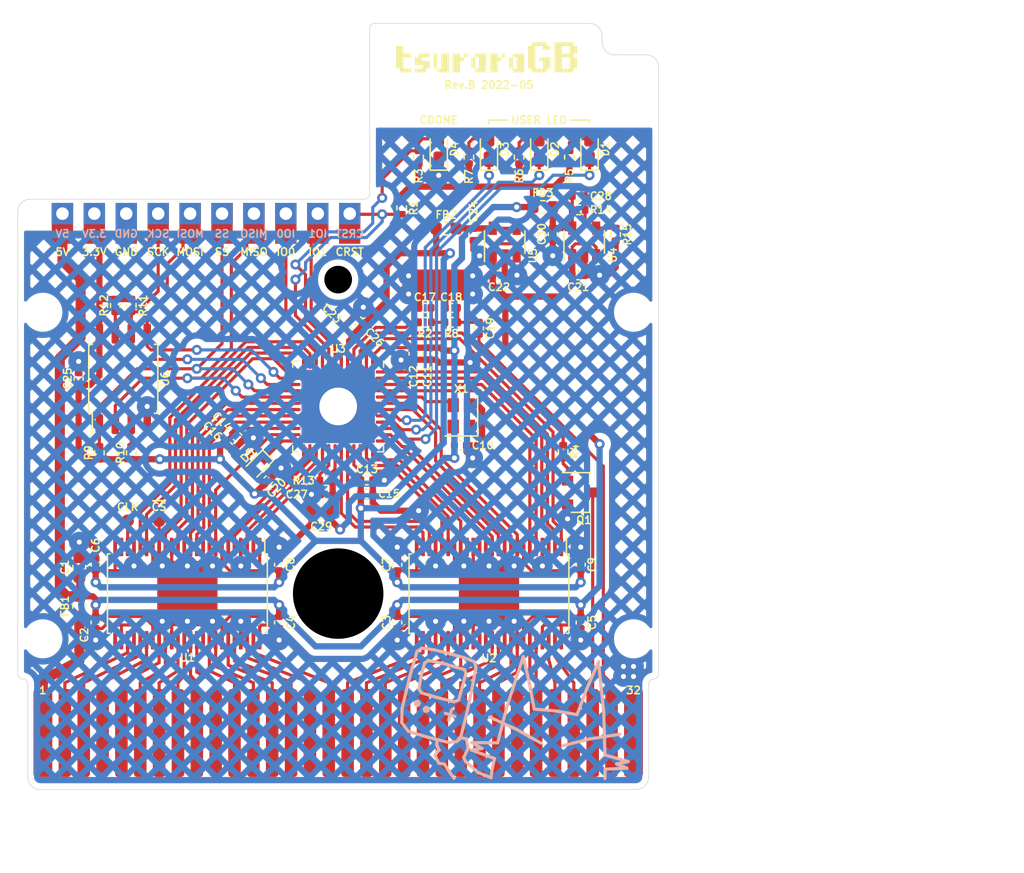
<source format=kicad_pcb>
(kicad_pcb (version 20211014) (generator pcbnew)
  (title_block (rev "B"))
  (layers (0 "F.Cu" signal) (31 "B.Cu" power) (34 "B.Paste" user) (35 "F.Paste" user) (36 "B.SilkS" user "B.Silkscreen") (37 "F.SilkS" user "F.Silkscreen") (38 "B.Mask" user) (39 "F.Mask" user) (44 "Edge.Cuts" user))
  (net 0 "")
  (net 1 "+5V")
  (net 2 "GND")
  (net 3 "+3V3")
  (net 4 "+1V2")
  (net 5 "/CDONE")
  (net 6 "/VCC")
  (net 7 "/DV-VIN")
  (net 8 "/CB-CLK")
  (net 9 "/CB-~{WR}")
  (net 10 "/CB-~{RD}")
  (net 11 "/CB-~{CS}")
  (net 12 "/CB-A0")
  (net 13 "/CB-A1")
  (net 14 "/CB-A2")
  (net 15 "/CB-A3")
  (net 16 "/CB-A4")
  (net 17 "/CB-A5")
  (net 18 "/CB-A6")
  (net 19 "/CB-A7")
  (net 20 "/CB-A8")
  (net 21 "/CB-A9")
  (net 22 "/CB-A10")
  (net 23 "/CB-A11")
  (net 24 "/CB-A12")
  (net 25 "/CB-A13")
  (net 26 "/CB-A14")
  (net 27 "/CB-A15")
  (net 28 "/CB-D0")
  (net 29 "/CB-D1")
  (net 30 "/CB-D2")
  (net 31 "/CB-D3")
  (net 32 "/CB-D4")
  (net 33 "/CB-D5")
  (net 34 "/CB-D6")
  (net 35 "Net-(Q1-Pad1)")
  (net 36 "/CB-D7")
  (net 37 "/CB-~{RST}")
  (net 38 "/CB-VIN")
  (net 39 "/SPI-SCK")
  (net 40 "/1V2VO")
  (net 41 "/3V3VO")
  (net 42 "/VPP")
  (net 43 "/VCCPLL")
  (net 44 "/RGB0")
  (net 45 "Net-(D2-Pad2)")
  (net 46 "/RGB1")
  (net 47 "Net-(D3-Pad2)")
  (net 48 "/RGB2")
  (net 49 "/SPI-MOSI")
  (net 50 "/SPI-SS")
  (net 51 "/SPI-MISO")
  (net 52 "/DV-~{RST}")
  (net 53 "/DV-CLK")
  (net 54 "/DV-~{CS}")
  (net 55 "/DV-A10")
  (net 56 "/DV-A9")
  (net 57 "/DV-A8")
  (net 58 "/DV-A7")
  (net 59 "/DV-A6")
  (net 60 "/~{CRESET}")
  (net 61 "/DIR")
  (net 62 "/DV-A5")
  (net 63 "/DV-A4")
  (net 64 "/DV-A3")
  (net 65 "/DV-A2")
  (net 66 "/DV-A1")
  (net 67 "/DV-A0")
  (net 68 "/DV-~{RD}")
  (net 69 "/DV-~{WR}")
  (net 71 "/DV-D7")
  (net 72 "/DV-D6")
  (net 73 "/DV-D5")
  (net 74 "/DV-D4")
  (net 75 "/DV-D3")
  (net 76 "/DV-D2")
  (net 77 "/DV-D1")
  (net 78 "/DV-D0")
  (net 80 "Net-(C17-Pad1)")
  (net 83 "/IO1")
  (net 84 "/IO0")
  (net 85 "/DV-A15")
  (net 86 "/DV-A14")
  (net 87 "/DV-A13")
  (net 88 "/DV-A12")
  (net 89 "/DV-A11")
  (net 90 "/SYSCLK")
  (net 91 "Net-(R12-Pad2)")
  (net 92 "Net-(C18-Pad1)")
  (net 93 "Net-(C28-Pad2)")
  (net 94 "Net-(D1-Pad2)")
  (net 95 "Net-(R10-Pad2)")
  (footprint "LED_SMD:LED_0603_1608Metric_Castellated" (layer "F.Cu") (at 80 44.5 90)
    (fp_text reference "D1")
    (fp_text value "SML-E12V8WT86")
  )
  (footprint "LED_SMD:LED_0603_1608Metric_Castellated" (layer "F.Cu") (at 76 44.5 90)
    (fp_text reference "D2")
    (fp_text value "SML-E12P8WT86")
  )
  (footprint "LED_SMD:LED_0603_1608Metric_Castellated" (layer "F.Cu") (at 72 44.5 90)
    (fp_text reference "D3")
    (fp_text value "SMLE13BC8TT86")
  )
  (footprint "Resistor_SMD:R_0402_1005Metric" (layer "F.Cu") (at 78.4 45.15 90)
    (fp_text reference "R5")
    (fp_text value "2.2kΩ")
  )
  (footprint "Resistor_SMD:R_0402_1005Metric" (layer "F.Cu") (at 74.4 45.15 90)
    (fp_text reference "R6")
    (fp_text value "680Ω")
  )
  (footprint "Capacitor_SMD:C_0603_1608Metric" (layer "F.Cu") (at 39.4 77.8 90)
    (fp_text reference "C1")
    (fp_text value "10μF")
  )
  (footprint "Capacitor_SMD:C_0402_1005Metric" (layer "F.Cu") (at 40.7 82.2 -90)
    (fp_text reference "C2")
    (fp_text value "0.1μF")
  )
  (footprint "Capacitor_SMD:C_0402_1005Metric" (layer "F.Cu") (at 64.7 82.2 -90)
    (fp_text reference "C3")
    (fp_text value "0.1μF")
  )
  (footprint "Capacitor_SMD:C_0402_1005Metric" (layer "F.Cu") (at 55.3 82.2 -90)
    (fp_text reference "C4")
    (fp_text value "0.1μF")
  )
  (footprint "Capacitor_SMD:C_0402_1005Metric" (layer "F.Cu") (at 79.3 82.2 -90)
    (fp_text reference "C5")
    (fp_text value "0.1μF")
  )
  (footprint "Capacitor_SMD:C_0402_1005Metric" (layer "F.Cu") (at 40.7 77.6 90)
    (fp_text reference "C6")
    (fp_text value "0.1μF")
  )
  (footprint "Capacitor_SMD:C_0402_1005Metric" (layer "F.Cu") (at 64.7 77.6 90)
    (fp_text reference "C7")
    (fp_text value "0.1μF")
  )
  (footprint "Capacitor_SMD:C_0402_1005Metric" (layer "F.Cu") (at 55.3 77.6 90)
    (fp_text reference "C8")
    (fp_text value "0.1μF")
  )
  (footprint "Capacitor_SMD:C_0402_1005Metric" (layer "F.Cu") (at 79.3 77.6 90)
    (fp_text reference "C9")
    (fp_text value "0.1μF")
  )
  (footprint "Capacitor_SMD:C_0402_1005Metric" (layer "F.Cu") (at 62.275 71.95)
    (fp_text reference "C15")
    (fp_text value "1μF")
  )
  (footprint "Capacitor_SMD:C_0402_1005Metric" (layer "F.Cu") (at 66 60.8 -90)
    (fp_text reference "C12")
    (fp_text value "10nF")
  )
  (footprint "Capacitor_SMD:C_0402_1005Metric" (layer "F.Cu") (at 62.275 70.875)
    (fp_text reference "C13")
    (fp_text value "10nF")
  )
  (footprint "Capacitor_SMD:C_0402_1005Metric" (layer "F.Cu") (at 67.1 60.8 -90)
    (fp_text reference "C11")
    (fp_text value "1μF")
  )
  (footprint "Capacitor_SMD:C_0402_1005Metric" (layer "F.Cu") (at 60.8 59 135)
    (fp_text reference "C23")
    (fp_text value "10nF")
  )
  (footprint "Capacitor_SMD:C_0402_1005Metric" (layer "F.Cu") (at 59.08 72 180)
    (fp_text reference "C27")
    (fp_text value "0.1μF")
  )
  (footprint "Capacitor_SMD:C_0402_1005Metric" (layer "F.Cu") (at 61.6 58.2 135)
    (fp_text reference "C26")
    (fp_text value "1μF")
  )
  (footprint "Capacitor_SMD:C_0603_1608Metric" (layer "F.Cu") (at 58.65 73.4 180)
    (fp_text reference "C29")
    (fp_text value "10μF")
  )
  (footprint "LED_SMD:LED_0603_1608Metric_Castellated" (layer "F.Cu") (at 68 44.5 90)
    (fp_text reference "D4")
    (fp_text value "SML-E12Y8WT86")
  )
  (footprint "Package_TO_SOT_SMD:SOT-23" (layer "F.Cu") (at 79.25 71.85)
    (fp_text reference "Q1")
    (fp_text value "2N7002K")
  )
  (footprint "Resistor_SMD:R_0402_1005Metric" (layer "F.Cu") (at 40.995 68.69 90)
    (fp_text reference "R9")
    (fp_text value "10kΩ")
  )
  (footprint "Resistor_SMD:R_0402_1005Metric" (layer "F.Cu") (at 43.535 56.958 -90)
    (fp_text reference "R11")
    (fp_text value "10kΩ")
  )
  (footprint "Resistor_SMD:R_0402_1005Metric" (layer "F.Cu") (at 42.265 56.958 -90)
    (fp_text reference "R12")
    (fp_text value "10kΩ")
  )
  (footprint "Resistor_SMD:R_0402_1005Metric" (layer "F.Cu") (at 43.535 68.69 90)
    (fp_text reference "R10")
    (fp_text value "10kΩ")
  )
  (footprint "Package_SO:TSSOP-48_6.1x12.5mm_P0.5mm" (layer "F.Cu") (at 48 79.9 -90)
    (fp_text reference "U1")
    (fp_text value "TC74LCXR163245FT")
  )
  (footprint "Package_SO:TSSOP-48_6.1x12.5mm_P0.5mm" (layer "F.Cu") (at 72 79.9 -90)
    (fp_text reference "U2")
    (fp_text value "TC74LCXR163245FT")
  )
  (footprint "Package_DFN_QFN:QFN-48-1EP_7x7mm_P0.5mm_EP5.6x5.6mm" (layer "F.Cu") (at 60 65 -90)
    (fp_text reference "U3")
    (fp_text value "ICE40UP5K-SG48ITR")
  )
  (footprint "Resistor_SMD:R_0402_1005Metric" (layer "F.Cu") (at 65.05 49.19 -90)
    (fp_text reference "R1")
    (fp_text value "10kΩ")
  )
  (footprint "Capacitor_SMD:C_0402_1005Metric" (layer "F.Cu") (at 71.2 58.78 90)
    (fp_text reference "C19")
    (fp_text value "1uF")
  )
  (footprint "Resistor_SMD:R_0402_1005Metric" (layer "F.Cu") (at 66.905 58.3 180)
    (fp_text reference "R2")
    (fp_text value "8.2kΩ")
  )
  (footprint "Package_TO_SOT_SMD:SOT-23-5" (layer "F.Cu") (at 73.25 51.914999 90)
    (fp_text reference "U5")
    (fp_text value "TPS79901DDCR")
  )
  (footprint "Package_TO_SOT_SMD:SOT-23-5" (layer "F.Cu") (at 79.575 51.9 90)
    (fp_text reference "U4")
    (fp_text value "TPS79901DDCR")
  )
  (footprint "Capacitor_SMD:C_0402_1005Metric" (layer "F.Cu") (at 79.1 54.55)
    (fp_text reference "C21")
    (fp_text value "0.1μF")
  )
  (footprint "Capacitor_SMD:C_0402_1005Metric" (layer "F.Cu") (at 70.765001 51.305 -90)
    (fp_text reference "C24")
    (fp_text value "4.7μF")
  )
  (footprint "Capacitor_SMD:C_0402_1005Metric" (layer "F.Cu") (at 72.774999 54.55)
    (fp_text reference "C22")
    (fp_text value "0.1μF")
  )
  (footprint "Resistor_SMD:R_0402_1005Metric" (layer "F.Cu") (at 79.135 49.35)
    (fp_text reference "R14")
    (fp_text value "100kΩ")
  )
  (footprint "Resistor_SMD:R_0402_1005Metric" (layer "F.Cu") (at 82.075 51.31 -90)
    (fp_text reference "R15")
    (fp_text value "56kΩ")
  )
  (footprint "Capacitor_SMD:C_0402_1005Metric" (layer "F.Cu") (at 79.105 48.25)
    (fp_text reference "C28")
    (fp_text value "47pF")
  )
  (footprint "Resistor_SMD:R_0402_1005Metric" (layer "F.Cu") (at 77.9 68.6 -90)
    (fp_text reference "R4")
    (fp_text value "1kΩ")
  )
  (footprint "Capacitor_SMD:C_0402_1005Metric" (layer "F.Cu") (at 51.25 68.2 -45)
    (fp_text reference "C16")
    (fp_text value "1μF")
  )
  (footprint "Capacitor_SMD:C_0402_1005Metric" (layer "F.Cu") (at 52 67.45 -45)
    (fp_text reference "C14")
    (fp_text value "10nF")
  )
  (footprint "TestPoint:TestPoint_Pad_D1.0mm" (layer "F.Cu") (at 43.25 74.1)
    (fp_text reference "TP1" hide)
    (fp_text value "CLK")
  )
  (footprint "TestPoint:TestPoint_Pad_D1.0mm" (layer "F.Cu") (at 45.75 74.1)
    (fp_text reference "TP2" hide)
    (fp_text value "~{CS}" hide)
  )
  (footprint "pinheader:pinheader-10p-sm" (layer "F.Cu") (at 38.056 50.421)
    (fp_text reference "J2" hide)
    (fp_text value "PROG_PORT")
  )
  (footprint "Capacitor_SMD:C_0402_1005Metric" (layer "F.Cu") (at 54.439411 70.860589 45)
    (fp_text reference "C20")
    (fp_text value "0.1μF")
  )
  (footprint "Resistor_SMD:R_0402_1005Metric" (layer "F.Cu") (at 66.4 45.15 90)
    (fp_text reference "R3")
    (fp_text value "2.2kΩ")
  )
  (footprint "Capacitor_SMD:C_0402_1005Metric" (layer "F.Cu") (at 77.075 51.275 -90)
    (fp_text reference "C30")
    (fp_text value "4.7μF")
  )
  (footprint "Resistor_SMD:R_0402_1005Metric" (layer "F.Cu") (at 59.05 70.9 180)
    (fp_text reference "R13")
    (fp_text value "100Ω")
  )
  (footprint "Resistor_SMD:R_0402_1005Metric" (layer "F.Cu") (at 70.4 45.15 90)
    (fp_text reference "R7")
    (fp_text value "4.7kΩ")
  )
  (footprint "Capacitor_SMD:C_0402_1005Metric" (layer "F.Cu") (at 39.344 62.8 90)
    (fp_text reference "C25")
    (fp_text value "0.1μF")
  )
  (footprint "Package_SO:SOIC-8_5.275x5.275mm_P1.27mm" (layer "F.Cu") (at 42.9 62.8 90)
    (fp_text reference "U6")
    (fp_text value "W25Q80DVSSIG")
  )
  (footprint "Capacitor_SMD:C_0402_1005Metric" (layer "F.Cu") (at 69.73 68.1)
    (fp_text reference "C10")
    (fp_text value "0.1μF")
  )
  (footprint "Inductor_SMD:L_0603_1608Metric" (layer "F.Cu") (at 76.2875 49.125 180)
    (fp_text reference "FB3")
    (fp_text value "MPZ1608S601ATA00")
  )
  (footprint "MountingHole:MountingHole_2.1mm" (layer "F.Cu") (at 36.5 57.5)
    (fp_text reference "H3" hide)
    (fp_text value "MH_2mm")
  )
  (footprint "MountingHole:MountingHole_2.1mm" (layer "F.Cu") (at 83.5 57.5)
    (fp_text reference "H4" hide)
    (fp_text value "MH_2mm")
  )
  (footprint "Resistor_SMD:R_0402_1005Metric" (layer "F.Cu") (at 69.005 58.3 180)
    (fp_text reference "R8")
    (fp_text value "8.2kΩ")
  )
  (footprint "MountingHole:MountingHole_2.1mm" (layer "F.Cu") (at 36.5 83.5)
    (fp_text reference "H1" hide)
    (fp_text value "MH_2mm")
  )
  (footprint "Diode_SMD:D_SOD-523" (layer "F.Cu") (at 53.6 69.7 -135)
    (fp_text reference "D5")
    (fp_text value "BAT43XV2")
  )
  (footprint "MountingHole:MountingHole_2.1mm" (layer "F.Cu") (at 83.5 83.5)
    (fp_text reference "H2" hide)
    (fp_text value "MH_2mm")
  )
  (footprint "Inductor_SMD:L_0603_1608Metric" (layer "F.Cu") (at 39.4 80.9 90)
    (fp_text reference "FB1")
    (fp_text value "MPZ1608S601ATA00")
  )
  (footprint "DMG-CardEdge:DMG-CardEdge" (layer "F.Cu") (at 60 65)
    (fp_text reference "J1" hide)
    (fp_text value "DMG-CardEdge")
  )
  (footprint "Capacitor_SMD:C_0402_1005Metric" (layer "F.Cu") (at 66.905 57.15 180)
    (fp_text reference "C17")
    (fp_text value "1nF")
  )
  (footprint "Inductor_SMD:L_0603_1608Metric" (layer "F.Cu") (at 68.587499 50.8325 180)
    (fp_text reference "FB2")
    (fp_text value "MPZ1608S601ATA00")
  )
  (footprint "Capacitor_SMD:C_0402_1005Metric" (layer "F.Cu") (at 69.005 57.15 180)
    (fp_text reference "C18")
    (fp_text value "1nF")
  )
  (footprint "Oscillator:Oscillator_SMD_SeikoEpson_SG210-4Pin_2.5x2.0mm" (layer "F.Cu") (at 69.8 65.75 90)
    (fp_text reference "X1")
    (fp_text value "SG-210STF 20MHz")
  )
  (gr_line (start 67.170504 91.345901) (end 67.170504 91.345901) (layer "B.SilkS") (width 0.25))
  (gr_line (start 66.6 86.45) (end 66.6 86.45) (layer "B.SilkS") (width 0.25))
  (gr_line (start 74.727903 84.913001) (end 75.216303 87.023002) (layer "B.SilkS") (width 0.25))
  (gr_line (start 70.061302 85.965598) (end 70.061302 85.965598) (layer "B.SilkS") (width 0.25))
  (gr_line (start 67.909201 88.184798) (end 67.909201 88.184798) (layer "B.SilkS") (width 0.25))
  (gr_line (start 66.872601 85.444801) (end 67.150702 85.217801) (layer "B.SilkS") (width 0.25))
  (gr_line (start 65.083904 89.049399) (end 65.712605 86.4432) (layer "B.SilkS") (width 0.25))
  (gr_line (start 70.196003 91.463698) (end 70.341402 92.227396) (layer "B.SilkS") (width 0.25))
  (gr_line (start 65.712605 86.4432) (end 66.273905 84.490501) (layer "B.SilkS") (width 0.25))
  (gr_line (start 70.600803 92.356001) (end 71.447003 92.226801) (layer "B.SilkS") (width 0.25))
  (gr_line (start 71.447003 92.226801) (end 70.634903 91.765201) (layer "B.SilkS") (width 0.25))
  (gr_line (start 67.150702 85.217801) (end 68.573301 85.518001) (layer "B.SilkS") (width 0.25))
  (gr_line (start 74.227503 90.730601) (end 76.133602 91.800403) (layer "B.SilkS") (width 0.25))
  (gr_line (start 66.634501 87.805598) (end 66.634501 87.805598) (layer "B.SilkS") (width 0.25))
  (gr_line (start 67.150702 85.217801) (end 67.150702 85.217801) (layer "B.SilkS") (width 0.25))
  (gr_line (start 79.772503 87.509303) (end 80.712103 85.327403) (layer "B.SilkS") (width 0.25))
  (gr_line (start 66.449602 88.632804) (end 66.449602 88.632804) (layer "B.SilkS") (width 0.25))
  (gr_line (start 70.657305 87.410604) (end 70.657305 87.410604) (layer "B.SilkS") (width 0.25))
  (gr_line (start 81.224302 92.750002) (end 81.224302 92.750002) (layer "B.SilkS") (width 0.25))
  (gr_line (start 68.573301 85.518001) (end 70.061302 85.9656) (layer "B.SilkS") (width 0.25))
  (gr_line (start 79.772503 87.509303) (end 79.772503 87.509303) (layer "B.SilkS") (width 0.25))
  (gr_line (start 67.998505 93.397799) (end 68.465204 93.4802) (layer "B.SilkS") (width 0.25))
  (gr_line (start 74.727903 84.913001) (end 74.727903 84.913001) (layer "B.SilkS") (width 0.25))
  (gr_line (start 70.144302 93.274397) (end 70.144302 93.274397) (layer "B.SilkS") (width 0.25))
  (gr_line (start 69.422604 91.684203) (end 69.422604 91.684203) (layer "B.SilkS") (width 0.25))
  (gr_line (start 82.974403 93.799502) (end 81.239603 93.882201) (layer "B.SilkS") (width 0.25))
  (gr_line (start 69.422604 91.684203) (end 68.792803 91.752002) (layer "B.SilkS") (width 0.25))
  (gr_line (start 66.892902 89.224902) (end 66.892902 89.225001) (layer "B.SilkS") (width 0.25))
  (gr_line (start 67.909605 92.461798) (end 67.909605 92.461798) (layer "B.SilkS") (width 0.25))
  (gr_line (start 66.908203 89.004703) (end 66.908203 89.004703) (layer "B.SilkS") (width 0.25))
  (gr_line (start 69.798002 91.376498) (end 69.798002 91.376498) (layer "B.SilkS") (width 0.25))
  (gr_line (start 70.961905 85.826604) (end 70.657305 87.410604) (layer "B.SilkS") (width 0.25))
  (gr_line (start 67.132902 89.215804) (end 67.165003 89.087703) (layer "B.SilkS") (width 0.25))
  (gr_line (start 70.961905 85.826604) (end 70.961905 85.826604) (layer "B.SilkS") (width 0.25))
  (gr_line (start 70.061302 85.965598) (end 70.061302 85.965598) (layer "B.SilkS") (width 0.25))
  (gr_line (start 66.275803 88.798606) (end 66.275803 88.798606) (layer "B.SilkS") (width 0.25))
  (gr_line (start 68.809105 84.672403) (end 70.002405 84.992504) (layer "B.SilkS") (width 0.25))
  (gr_line (start 66.1915 88.518903) (end 66.1414 88.623504) (layer "B.SilkS") (width 0.25))
  (gr_line (start 71.128103 94.142298) (end 71.128103 94.142298) (layer "B.SilkS") (width 0.25))
  (gr_line (start 66.856903 89.103904) (end 66.856903 89.103904) (layer "B.SilkS") (width 0.25))
  (gr_line (start 65.056103 90.1692) (end 65.083904 89.049399) (layer "B.SilkS") (width 0.25))
  (gr_line (start 75.595003 89.091102) (end 77.361803 89.251803) (layer "B.SilkS") (width 0.25))
  (gr_line (start 82.156403 93.4634) (end 82.156403 93.4634) (layer "B.SilkS") (width 0.25))
  (gr_line (start 69.215601 88.510798) (end 67.909201 88.184798) (layer "B.SilkS") (width 0.25))
  (gr_line (start 81.224302 92.750002) (end 83.076603 93.272101) (layer "B.SilkS") (width 0.25))
  (gr_line (start 70.341402 92.227396) (end 69.993603 92.942698) (layer "B.SilkS") (width 0.25))
  (gr_line (start 67.112503 88.998801) (end 67.015003 88.959502) (layer "B.SilkS") (width 0.25))
  (gr_line (start 68.723204 93.917502) (end 69.224903 94.6085) (layer "B.SilkS") (width 0.25))
  (gr_line (start 70.600803 92.356001) (end 70.600803 92.356001) (layer "B.SilkS") (width 0.25))
  (gr_line (start 69.765404 91.256904) (end 69.765404 91.256904) (layer "B.SilkS") (width 0.25))
  (gr_line (start 67.836002 91.928302) (end 68.036703 92.374999) (layer "B.SilkS") (width 0.25))
  (gr_line (start 68.522604 89.431003) (end 68.953903 89.564502) (layer "B.SilkS") (width 0.25))
  (gr_line (start 72.050404 89.732902) (end 74.227503 90.730601) (layer "B.SilkS") (width 0.25))
  (gr_line (start 66.275803 88.798606) (end 66.275803 88.798606) (layer "B.SilkS") (width 0.25))
  (gr_line (start 66.634501 87.805598) (end 66.428801 87.487399) (layer "B.SilkS") (width 0.25))
  (gr_line (start 72.161305 94.562502) (end 72.237604 93.957804) (layer "B.SilkS") (width 0.25))
  (gr_line (start 68.465204 93.4802) (end 68.465204 93.4802) (layer "B.SilkS") (width 0.25))
  (gr_line (start 70.855005 85.334804) (end 70.961905 85.826604) (layer "B.SilkS") (width 0.25))
  (gr_line (start 70.196003 91.463698) (end 70.196003 91.463698) (layer "B.SilkS") (width 0.25))
  (gr_line (start 71.447003 92.226801) (end 71.447003 92.226801) (layer "B.SilkS") (width 0.25))
  (gr_line (start 70.206104 89.559104) (end 69.765404 91.256904) (layer "B.SilkS") (width 0.25))
  (gr_line (start 80.712103 85.327403) (end 80.712103 85.327403) (layer "B.SilkS") (width 0.25))
  (gr_line (start 82.409203 91.1015) (end 80.023502 91.470801) (layer "B.SilkS") (width 0.25))
  (gr_line (start 66.996702 89.272002) (end 66.996702 89.272002) (layer "B.SilkS") (width 0.25))
  (gr_line (start 69.993603 92.942698) (end 69.993603 92.942698) (layer "B.SilkS") (width 0.25))
  (gr_line (start 80.712103 85.327403) (end 81.132902 89.355304) (layer "B.SilkS") (width 0.25))
  (gr_line (start 67.112503 88.998801) (end 67.112503 88.998801) (layer "B.SilkS") (width 0.25))
  (gr_line (start 67.170504 91.345901) (end 65.587204 90.874099) (layer "B.SilkS") (width 0.25))
  (gr_line (start 66.428801 87.487399) (end 66.428801 87.487399) (layer "B.SilkS") (width 0.25))
  (gr_line (start 74.227503 90.730601) (end 74.227503 90.730601) (layer "B.SilkS") (width 0.25))
  (gr_line (start 72.438004 93.030703) (end 70.600803 92.356001) (layer "B.SilkS") (width 0.25))
  (gr_line (start 75.216303 87.023002) (end 75.595003 89.091102) (layer "B.SilkS") (width 0.25))
  (gr_line (start 65.712605 86.4432) (end 65.712605 86.4432) (layer "B.SilkS") (width 0.25))
  (gr_line (start 68.465204 93.4802) (end 68.723204 93.917502) (layer "B.SilkS") (width 0.25))
  (gr_line (start 73.421204 88.911799) (end 73.421204 88.911799) (layer "B.SilkS") (width 0.25))
  (gr_line (start 67.614304 84.3686) (end 68.809103 84.672401) (layer "B.SilkS") (width 0.25))
  (gr_line (start 69.530602 91.602397) (end 69.798002 91.376498) (layer "B.SilkS") (width 0.25))
  (gr_line (start 70.634903 91.765201) (end 72.695103 91.777999) (layer "B.SilkS") (width 0.25))
  (gr_line (start 66.290501 88.483703) (end 66.290501 88.483703) (layer "B.SilkS") (width 0.25))
  (gr_line (start 69.798002 91.376498) (end 70.196003 91.463698) (layer "B.SilkS") (width 0.25))
  (gr_line (start 82.156403 93.4634) (end 82.974403 93.799502) (layer "B.SilkS") (width 0.25))
  (gr_line (start 68.953903 89.564502) (end 69.291603 89.679202) (layer "B.SilkS") (width 0.25))
  (gr_line (start 77.361803 89.251803) (end 77.361803 89.251803) (layer "B.SilkS") (width 0.25))
  (gr_line (start 66.892902 89.225001) (end 66.892902 89.225001) (layer "B.SilkS") (width 0.25))
  (gr_line (start 66.290501 88.483703) (end 66.1915 88.518903) (layer "B.SilkS") (width 0.25))
  (gr_line (start 83.076603 93.272101) (end 83.076603 93.272101) (layer "B.SilkS") (width 0.25))
  (gr_line (start 68.036705 92.374999) (end 67.909605 92.461798) (layer "B.SilkS") (width 0.25))
  (gr_line (start 67.614304 84.3686) (end 67.614304 84.3686) (layer "B.SilkS") (width 0.25))
  (gr_line (start 70.166502 86.255399) (end 69.874302 87.336398) (layer "B.SilkS") (width 0.25))
  (gr_line (start 83.076603 93.272101) (end 82.156403 93.4634) (layer "B.SilkS") (width 0.25))
  (gr_line (start 68.809105 84.672403) (end 68.809105 84.672403) (layer "B.SilkS") (width 0.25))
  (gr_line (start 70.002405 84.992504) (end 70.002405 84.992504) (layer "B.SilkS") (width 0.25))
  (gr_line (start 79.006603 89.537402) (end 79.772503 87.509303) (layer "B.SilkS") (width 0.25))
  (gr_line (start 67.702105 92.793898) (end 67.702105 92.793898) (layer "B.SilkS") (width 0.25))
  (gr_line (start 67.015003 88.959502) (end 66.908203 89.004703) (layer "B.SilkS") (width 0.25))
  (gr_line (start 66.449602 88.632804) (end 66.388802 88.515603) (layer "B.SilkS") (width 0.25))
  (gr_line (start 68.953903 89.564502) (end 68.953903 89.564502) (layer "B.SilkS") (width 0.25))
  (gr_line (start 69.874302 87.336398) (end 69.874302 87.336398) (layer "B.SilkS") (width 0.25))
  (gr_line (start 66.6 86.45) (end 66.872601 85.444801) (layer "B.SilkS") (width 0.25))
  (gr_line (start 65.587204 90.874099) (end 65.587204 90.874099) (layer "B.SilkS") (width 0.25))
  (gr_line (start 68.792803 91.752002) (end 68.792803 91.752002) (layer "B.SilkS") (width 0.25))
  (gr_line (start 69.765404 91.256904) (end 69.422604 91.684203) (layer "B.SilkS") (width 0.25))
  (gr_line (start 72.695103 91.777999) (end 73.421204 88.911799) (layer "B.SilkS") (width 0.25))
  (gr_line (start 81.132902 89.355304) (end 81.224302 92.750002) (layer "B.SilkS") (width 0.25))
  (gr_line (start 68.789703 89.971801) (end 68.908703 89.533) (layer "B.SilkS") (width 0.25))
  (gr_line (start 75.595003 89.091102) (end 75.595003 89.091102) (layer "B.SilkS") (width 0.25))
  (gr_line (start 75.216303 87.023002) (end 75.216303 87.023002) (layer "B.SilkS") (width 0.25))
  (gr_line (start 69.215601 88.510798) (end 69.215601 88.510798) (layer "B.SilkS") (width 0.25))
  (gr_line (start 66.658505 84.2378) (end 67.614304 84.3686) (layer "B.SilkS") (width 0.25))
  (gr_line (start 67.015003 88.959502) (end 67.015003 88.959502) (layer "B.SilkS") (width 0.25))
  (gr_line (start 70.341402 92.227396) (end 70.341402 92.227396) (layer "B.SilkS") (width 0.25))
  (gr_line (start 70.206104 89.559104) (end 70.206104 89.559104) (layer "B.SilkS") (width 0.25))
  (gr_line (start 80.023502 91.470801) (end 80.023502 91.470801) (layer "B.SilkS") (width 0.25))
  (gr_line (start 68.809105 84.672403) (end 68.809105 84.672403) (layer "B.SilkS") (width 0.25))
  (gr_line (start 70.061302 85.965598) (end 70.166502 86.255399) (layer "B.SilkS") (width 0.25))
  (gr_line (start 67.998505 93.397799) (end 67.998505 93.397799) (layer "B.SilkS") (width 0.25))
  (gr_line (start 65.056103 90.1692) (end 65.056103 90.1692) (layer "B.SilkS") (width 0.25))
  (gr_line (start 66.273905 84.490501) (end 66.658505 84.2378) (layer "B.SilkS") (width 0.25))
  (gr_line (start 66.388802 88.515603) (end 66.388802 88.515603) (layer "B.SilkS") (width 0.25))
  (gr_line (start 66.1915 88.518903) (end 66.1915 88.518903) (layer "B.SilkS") (width 0.25))
  (gr_line (start 66.1414 88.623504) (end 66.1414 88.623504) (layer "B.SilkS") (width 0.25))
  (gr_line (start 67.132902 89.215804) (end 67.132902 89.215804) (layer "B.SilkS") (width 0.25))
  (gr_line (start 66.388802 88.515603) (end 66.290501 88.483703) (layer "B.SilkS") (width 0.25))
  (gr_line (start 66.1414 88.623504) (end 66.168701 88.731803) (layer "B.SilkS") (width 0.25))
  (gr_line (start 66.275803 88.798606) (end 66.384703 88.765105) (layer "B.SilkS") (width 0.25))
  (gr_line (start 67.702105 92.793898) (end 67.998505 93.397799) (layer "B.SilkS") (width 0.25))
  (gr_line (start 80.023502 91.470801) (end 77.865402 92.0087) (layer "B.SilkS") (width 0.25))
  (gr_line (start 65.587204 90.874099) (end 65.056103 90.1692) (layer "B.SilkS") (width 0.25))
  (gr_line (start 73.421204 88.911799) (end 74.727903 84.913001) (layer "B.SilkS") (width 0.25))
  (gr_line (start 66.428801 87.487399) (end 66.6 86.45) (layer "B.SilkS") (width 0.25))
  (gr_line (start 68.573301 85.518001) (end 68.573301 85.518001) (layer "B.SilkS") (width 0.25))
  (gr_line (start 67.165003 89.087703) (end 67.112503 88.998801) (layer "B.SilkS") (width 0.25))
  (gr_line (start 70.657305 87.410604) (end 70.206104 89.559104) (layer "B.SilkS") (width 0.25))
  (gr_line (start 72.438004 93.030703) (end 72.438004 93.030703) (layer "B.SilkS") (width 0.25))
  (gr_line (start 69.874302 87.336398) (end 69.586102 88.377498) (layer "B.SilkS") (width 0.25))
  (gr_line (start 68.723204 93.917502) (end 68.723204 93.917502) (layer "B.SilkS") (width 0.25))
  (gr_line (start 66.384703 88.765105) (end 66.384703 88.765105) (layer "B.SilkS") (width 0.25))
  (gr_line (start 66.658505 84.2378) (end 66.658505 84.2378) (layer "B.SilkS") (width 0.25))
  (gr_line (start 66.892902 89.225001) (end 66.996702 89.272002) (layer "B.SilkS") (width 0.25))
  (gr_line (start 72.695103 91.777999) (end 72.695103 91.777999) (layer "B.SilkS") (width 0.25))
  (gr_line (start 68.908703 89.533) (end 69.033703 89.130599) (layer "B.SilkS") (width 0.25))
  (gr_line (start 65.083904 89.049399) (end 65.083904 89.049399) (layer "B.SilkS") (width 0.25))
  (gr_line (start 70.002405 84.992504) (end 70.855005 85.334804) (layer "B.SilkS") (width 0.25))
  (gr_line (start 81.239603 93.882201) (end 81.239603 93.882201) (layer "B.SilkS") (width 0.25))
  (gr_line (start 66.908203 89.004703) (end 66.856903 89.103904) (layer "B.SilkS") (width 0.25))
  (gr_line (start 77.361803 89.251803) (end 79.006603 89.537402) (layer "B.SilkS") (width 0.25))
  (gr_line (start 66.168701 88.731803) (end 66.168701 88.731803) (layer "B.SilkS") (width 0.25))
  (gr_line (start 82.974403 93.799502) (end 82.974403 93.799502) (layer "B.SilkS") (width 0.25))
  (gr_line (start 69.586102 88.377498) (end 69.215601 88.510798) (layer "B.SilkS") (width 0.25))
  (gr_line (start 67.878702 91.540801) (end 67.836002 91.928302) (layer "B.SilkS") (width 0.25))
  (gr_line (start 72.237604 93.957804) (end 72.438004 93.030703) (layer "B.SilkS") (width 0.25))
  (gr_line (start 67.909201 88.184798) (end 66.634501 87.805598) (layer "B.SilkS") (width 0.25))
  (gr_line (start 67.909605 92.461798) (end 67.702105 92.793898) (layer "B.SilkS") (width 0.25))
  (gr_line (start 69.993603 92.942698) (end 70.144302 93.274397) (layer "B.SilkS") (width 0.25))
  (gr_line (start 81.239603 93.882201) (end 81.229603 94.630099) (layer "B.SilkS") (width 0.25))
  (gr_line (start 79.006603 89.537402) (end 79.006603 89.537402) (layer "B.SilkS") (width 0.25))
  (gr_line (start 70.855005 85.334804) (end 70.855005 85.334804) (layer "B.SilkS") (width 0.25))
  (gr_line (start 66.384703 88.765105) (end 66.449602 88.632804) (layer "B.SilkS") (width 0.25))
  (gr_line (start 68.908703 89.533) (end 68.908703 89.533) (layer "B.SilkS") (width 0.25))
  (gr_line (start 66.273905 84.490501) (end 66.273905 84.490501) (layer "B.SilkS") (width 0.25))
  (gr_line (start 66.168701 88.731803) (end 66.275803 88.798602) (layer "B.SilkS") (width 0.25))
  (gr_line (start 72.237604 93.957804) (end 72.237604 93.957804) (layer "B.SilkS") (width 0.25))
  (gr_line (start 66.996702 89.272002) (end 67.132902 89.215804) (layer "B.SilkS") (width 0.25))
  (gr_line (start 69.586102 88.377498) (end 69.586102 88.377498) (layer "B.SilkS") (width 0.25))
  (gr_line (start 70.634903 91.765201) (end 70.634903 91.765201) (layer "B.SilkS") (width 0.25))
  (gr_line (start 66.856903 89.103904) (end 66.892902 89.224902) (layer "B.SilkS") (width 0.25))
  (gr_line (start 67.836002 91.928302) (end 67.836002 91.928302) (layer "B.SilkS") (width 0.25))
  (gr_line (start 68.792803 91.752002) (end 67.170504 91.345901) (layer "B.SilkS") (width 0.25))
  (gr_line (start 70.166502 86.255399) (end 70.166502 86.255399) (layer "B.SilkS") (width 0.25))
  (gr_line (start 67.165003 89.087703) (end 67.165003 89.087703) (layer "B.SilkS") (width 0.25))
  (gr_line (start 66.872601 85.444801) (end 66.872601 85.444801) (layer "B.SilkS") (width 0.25))
  (gr_line (start 81.132902 89.355304) (end 81.132902 89.355304) (layer "B.SilkS") (width 0.25))
  (gr_line (start 71.128103 94.142298) (end 72.161303 94.562499) (layer "B.SilkS") (width 0.25))
  (gr_line (start 70.144302 93.274397) (end 71.128103 94.142298) (layer "B.SilkS") (width 0.25))
  (gr_poly (pts (xy 77.8 38.1) (xy 77.5 38.1) (xy 77.5 37.8) (xy 77.8 37.8)) (layer "F.SilkS") (width 0) (fill solid))
  (gr_poly (pts (xy 78.1 36.3) (xy 77.8 36.3) (xy 77.8 36) (xy 78.1 36)) (layer "F.SilkS") (width 0) (fill solid))
  (gr_poly (pts (xy 75.7 37.2) (xy 75.4 37.2) (xy 75.4 36.9) (xy 75.7 36.9)) (layer "F.SilkS") (width 0) (fill solid))
  (gr_poly (pts (xy 68.8 37.8) (xy 68.5 37.8) (xy 68.5 37.5) (xy 68.8 37.5)) (layer "F.SilkS") (width 0) (fill solid))
  (gr_poly (pts (xy 71.5 38.1) (xy 71.2 38.1) (xy 71.2 37.8) (xy 71.5 37.8)) (layer "F.SilkS") (width 0) (fill solid))
  (gr_poly (pts (xy 74.5 37.8) (xy 74.2 37.8) (xy 74.2 37.5) (xy 74.5 37.5)) (layer "F.SilkS") (width 0) (fill solid))
  (gr_poly (pts (xy 77.5 37.5) (xy 77.2 37.5) (xy 77.2 37.2) (xy 77.5 37.2)) (layer "F.SilkS") (width 0) (fill solid))
  (gr_poly (pts (xy 69.7 38.1) (xy 69.4 38.1) (xy 69.4 37.8) (xy 69.7 37.8)) (layer "F.SilkS") (width 0) (fill solid))
  (gr_poly (pts (xy 65.5 38.4) (xy 65.2 38.4) (xy 65.2 38.1) (xy 65.5 38.1)) (layer "F.SilkS") (width 0) (fill solid))
  (gr_poly (pts (xy 71.2 37.2) (xy 70.9 37.2) (xy 70.9 36.9) (xy 71.2 36.9)) (layer "F.SilkS") (width 0) (fill solid))
  (gr_poly (pts (xy 73.9 37.5) (xy 73.6 37.5) (xy 73.6 37.2) (xy 73.9 37.2)) (layer "F.SilkS") (width 0) (fill solid))
  (gr_poly (pts (xy 68.8 38.4) (xy 68.5 38.4) (xy 68.5 38.1) (xy 68.8 38.1)) (layer "F.SilkS") (width 0) (fill solid))
  (gr_poly (pts (xy 77.8 36.3) (xy 77.5 36.3) (xy 77.5 36) (xy 77.8 36)) (layer "F.SilkS") (width 0) (fill solid))
  (gr_poly (pts (xy 72.4 38.1) (xy 72.1 38.1) (xy 72.1 37.8) (xy 72.4 37.8)) (layer "F.SilkS") (width 0) (fill solid))
  (gr_poly (pts (xy 77.8 36.6) (xy 77.5 36.6) (xy 77.5 36.3) (xy 77.8 36.3)) (layer "F.SilkS") (width 0) (fill solid))
  (gr_poly (pts (xy 72.4 38.4) (xy 72.1 38.4) (xy 72.1 38.1) (xy 72.4 38.1)) (layer "F.SilkS") (width 0) (fill solid))
  (gr_poly (pts (xy 69.7 37.2) (xy 69.4 37.2) (xy 69.4 36.9) (xy 69.7 36.9)) (layer "F.SilkS") (width 0) (fill solid))
  (gr_poly (pts (xy 66.7 37.8) (xy 66.4 37.8) (xy 66.4 37.5) (xy 66.7 37.5)) (layer "F.SilkS") (width 0) (fill solid))
  (gr_poly (pts (xy 77.8 37.2) (xy 77.5 37.2) (xy 77.5 36.9) (xy 77.8 36.9)) (layer "F.SilkS") (width 0) (fill solid))
  (gr_poly (pts (xy 65.2 37.8) (xy 64.9 37.8) (xy 64.9 37.5) (xy 65.2 37.5)) (layer "F.SilkS") (width 0) (fill solid))
  (gr_poly (pts (xy 67.9 37.2) (xy 67.6 37.2) (xy 67.6 36.9) (xy 67.9 36.9)) (layer "F.SilkS") (width 0) (fill solid))
  (gr_poly (pts (xy 65.2 37.5) (xy 64.9 37.5) (xy 64.9 37.2) (xy 65.2 37.2)) (layer "F.SilkS") (width 0) (fill solid))
  (gr_poly (pts (xy 65.8 38.4) (xy 65.5 38.4) (xy 65.5 38.1) (xy 65.8 38.1)) (layer "F.SilkS") (width 0) (fill solid))
  (gr_line (start 73.5 42.2) (end 72 42.2) (layer "F.SilkS") (width 0.12))
  (gr_poly (pts (xy 73.9 37.8) (xy 73.6 37.8) (xy 73.6 37.5) (xy 73.9 37.5)) (layer "F.SilkS") (width 0) (fill solid))
  (gr_poly (pts (xy 68.5 38.4) (xy 68.2 38.4) (xy 68.2 38.1) (xy 68.5 38.1)) (layer "F.SilkS") (width 0) (fill solid))
  (gr_poly (pts (xy 67.9 37.8) (xy 67.6 37.8) (xy 67.6 37.5) (xy 67.9 37.5)) (layer "F.SilkS") (width 0) (fill solid))
  (gr_poly (pts (xy 76.6 37.5) (xy 76.3 37.5) (xy 76.3 37.2) (xy 76.6 37.2)) (layer "F.SilkS") (width 0) (fill solid))
  (gr_poly (pts (xy 75.4 36.6) (xy 75.1 36.6) (xy 75.1 36.3) (xy 75.4 36.3)) (layer "F.SilkS") (width 0) (fill solid))
  (gr_poly (pts (xy 68.5 37.8) (xy 68.2 37.8) (xy 68.2 37.5) (xy 68.5 37.5)) (layer "F.SilkS") (width 0) (fill solid))
  (gr_poly (pts (xy 74.5 38.1) (xy 74.2 38.1) (xy 74.2 37.8) (xy 74.5 37.8)) (layer "F.SilkS") (width 0) (fill solid))
  (gr_poly (pts (xy 69.7 37.5) (xy 69.4 37.5) (xy 69.4 37.2) (xy 69.7 37.2)) (layer "F.SilkS") (width 0) (fill solid))
  (gr_poly (pts (xy 70.9 37.8) (xy 70.6 37.8) (xy 70.6 37.5) (xy 70.9 37.5)) (layer "F.SilkS") (width 0) (fill solid))
  (gr_poly (pts (xy 76.9 38.1) (xy 76.6 38.1) (xy 76.6 37.8) (xy 76.9 37.8)) (layer "F.SilkS") (width 0) (fill solid))
  (gr_poly (pts (xy 72.7 37.5) (xy 72.4 37.5) (xy 72.4 37.2) (xy 72.7 37.2)) (layer "F.SilkS") (width 0) (fill solid))
  (gr_poly (pts (xy 79 38.1) (xy 78.7 38.1) (xy 78.7 37.8) (xy 79 37.8)) (layer "F.SilkS") (width 0) (fill solid))
  (gr_poly (pts (xy 67 38.4) (xy 66.7 38.4) (xy 66.7 38.1) (xy 67 38.1)) (layer "F.SilkS") (width 0) (fill solid))
  (gr_poly (pts (xy 74.2 37.2) (xy 73.9 37.2) (xy 73.9 36.9) (xy 74.2 36.9)) (layer "F.SilkS") (width 0) (fill solid))
  (gr_poly (pts (xy 77.5 36.6) (xy 77.2 36.6) (xy 77.2 36.3) (xy 77.5 36.3)) (layer "F.SilkS") (width 0) (fill solid))
  (gr_poly (pts (xy 66.4 37.8) (xy 66.1 37.8) (xy 66.1 37.5) (xy 66.4 37.5)) (layer "F.SilkS") (width 0) (fill solid))
  (gr_poly (pts (xy 71.5 38.4) (xy 71.2 38.4) (xy 71.2 38.1) (xy 71.5 38.1)) (layer "F.SilkS") (width 0) (fill solid))
  (gr_poly (pts (xy 66.4 38.4) (xy 66.1 38.4) (xy 66.1 38.1) (xy 66.4 38.1)) (layer "F.SilkS") (width 0) (fill solid))
  (gr_poly (pts (xy 65.2 38.4) (xy 64.9 38.4) (xy 64.9 38.1) (xy 65.2 38.1)) (layer "F.SilkS") (width 0) (fill solid))
  (gr_poly (pts (xy 64.9 37.2) (xy 64.6 37.2) (xy 64.6 36.9) (xy 64.9 36.9)) (layer "F.SilkS") (width 0) (fill solid))
  (gr_poly (pts (xy 75.7 38.4) (xy 75.4 38.4) (xy 75.4 38.1) (xy 75.7 38.1)) (layer "F.SilkS") (width 0) (fill solid))
  (gr_poly (pts (xy 66.7 37.5) (xy 66.4 37.5) (xy 66.4 37.2) (xy 66.7 37.2)) (layer "F.SilkS") (width 0) (fill solid))
  (gr_poly (pts (xy 69.7 38.4) (xy 69.4 38.4) (xy 69.4 38.1) (xy 69.7 38.1)) (layer "F.SilkS") (width 0) (fill solid))
  (gr_poly (pts (xy 74.8 37.5) (xy 74.5 37.5) (xy 74.5 37.2) (xy 74.8 37.2)) (layer "F.SilkS") (width 0) (fill solid))
  (gr_poly (pts (xy 71.8 37.8) (xy 71.5 37.8) (xy 71.5 37.5) (xy 71.8 37.5)) (layer "F.SilkS") (width 0) (fill solid))
  (gr_poly (pts (xy 75.4 38.1) (xy 75.1 38.1) (xy 75.1 37.8) (xy 75.4 37.8)) (layer "F.SilkS") (width 0) (fill solid))
  (gr_poly (pts (xy 69.4 37.5) (xy 69.1 37.5) (xy 69.1 37.2) (xy 69.4 37.2)) (layer "F.SilkS") (width 0) (fill solid))
  (gr_poly (pts (xy 78.7 37.2) (xy 78.4 37.2) (xy 78.4 36.9) (xy 78.7 36.9)) (layer "F.SilkS") (width 0) (fill solid))
  (gr_poly (pts (xy 77.8 36.9) (xy 77.5 36.9) (xy 77.5 36.6) (xy 77.8 36.6)) (layer "F.SilkS") (width 0) (fill solid))
  (gr_poly (pts (xy 72.7 37.2) (xy 72.4 37.2) (xy 72.4 36.9) (xy 72.7 36.9)) (layer "F.SilkS") (width 0) (fill solid))
  (gr_poly (pts (xy 77.8 37.5) (xy 77.5 37.5) (xy 77.5 37.2) (xy 77.8 37.2)) (layer "F.SilkS") (width 0) (fill solid))
  (gr_poly (pts (xy 76.9 36.6) (xy 76.6 36.6) (xy 76.6 36.3) (xy 76.9 36.3)) (layer "F.SilkS") (width 0) (fill solid))
  (gr_poly (pts (xy 77.5 36.3) (xy 77.2 36.3) (xy 77.2 36) (xy 77.5 36)) (layer "F.SilkS") (width 0) (fill solid))
  (gr_poly (pts (xy 76.3 37.5) (xy 76 37.5) (xy 76 37.2) (xy 76.3 37.2)) (layer "F.SilkS") (width 0) (fill solid))
  (gr_poly (pts (xy 76.3 36.3) (xy 76 36.3) (xy 76 36) (xy 76.3 36)) (layer "F.SilkS") (width 0) (fill solid))
  (gr_poly (pts (xy 69.4 38.4) (xy 69.1 38.4) (xy 69.1 38.1) (xy 69.4 38.1)) (layer "F.SilkS") (width 0) (fill solid))
  (gr_poly (pts (xy 77.5 37.2) (xy 77.2 37.2) (xy 77.2 36.9) (xy 77.5 36.9)) (layer "F.SilkS") (width 0) (fill solid))
  (gr_poly (pts (xy 64.9 36.6) (xy 64.6 36.6) (xy 64.6 36.3) (xy 64.9 36.3)) (layer "F.SilkS") (width 0) (fill solid))
  (gr_poly (pts (xy 74.8 38.4) (xy 74.5 38.4) (xy 74.5 38.1) (xy 74.8 38.1)) (layer "F.SilkS") (width 0) (fill solid))
  (gr_poly (pts (xy 67.9 37.5) (xy 67.6 37.5) (xy 67.6 37.2) (xy 67.9 37.2)) (layer "F.SilkS") (width 0) (fill solid))
  (gr_line (start 72 42.2) (end 72 42.5) (layer "F.SilkS") (width 0.12))
  (gr_poly (pts (xy 70 37.5) (xy 69.7 37.5) (xy 69.7 37.2) (xy 70 37.2)) (layer "F.SilkS") (width 0) (fill solid))
  (gr_poly (pts (xy 77.5 38.1) (xy 77.2 38.1) (xy 77.2 37.8) (xy 77.5 37.8)) (layer "F.SilkS") (width 0) (fill solid))
  (gr_poly (pts (xy 65.2 36.6) (xy 64.9 36.6) (xy 64.9 36.3) (xy 65.2 36.3)) (layer "F.SilkS") (width 0) (fill solid))
  (gr_poly (pts (xy 67.9 38.1) (xy 67.6 38.1) (xy 67.6 37.8) (xy 67.9 37.8)) (layer "F.SilkS") (width 0) (fill solid))
  (gr_poly (pts (xy 72.7 37.8) (xy 72.4 37.8) (xy 72.4 37.5) (xy 72.7 37.5)) (layer "F.SilkS") (width 0) (fill solid))
  (gr_poly (pts (xy 78.7 38.4) (xy 78.4 38.4) (xy 78.4 38.1) (xy 78.7 38.1)) (layer "F.SilkS") (width 0) (fill solid))
  (gr_poly (pts (xy 76.9 37.8) (xy 76.6 37.8) (xy 76.6 37.5) (xy 76.9 37.5)) (layer "F.SilkS") (width 0) (fill solid))
  (gr_poly (pts (xy 79 36.9) (xy 78.7 36.9) (xy 78.7 36.6) (xy 79 36.6)) (layer "F.SilkS") (width 0) (fill solid))
  (gr_poly (pts (xy 75.7 36.3) (xy 75.4 36.3) (xy 75.4 36) (xy 75.7 36)) (layer "F.SilkS") (width 0) (fill solid))
  (gr_poly (pts (xy 68.8 37.5) (xy 68.5 37.5) (xy 68.5 37.2) (xy 68.8 37.2)) (layer "F.SilkS") (width 0) (fill solid))
  (gr_poly (pts (xy 76.6 36.3) (xy 76.3 36.3) (xy 76.3 36) (xy 76.6 36)) (layer "F.SilkS") (width 0) (fill solid))
  (gr_poly (pts (xy 68.8 37.2) (xy 68.5 37.2) (xy 68.5 36.9) (xy 68.8 36.9)) (layer "F.SilkS") (width 0) (fill solid))
  (gr_poly (pts (xy 69.4 38.1) (xy 69.1 38.1) (xy 69.1 37.8) (xy 69.4 37.8)) (layer "F.SilkS") (width 0) (fill solid))
  (gr_poly (pts (xy 78.1 37.2) (xy 77.8 37.2) (xy 77.8 36.9) (xy 78.1 36.9)) (layer "F.SilkS") (width 0) (fill solid))
  (gr_poly (pts (xy 78.7 37.5) (xy 78.4 37.5) (xy 78.4 37.2) (xy 78.7 37.2)) (layer "F.SilkS") (width 0) (fill solid))
  (gr_poly (pts (xy 64.9 38.1) (xy 64.6 38.1) (xy 64.6 37.8) (xy 64.9 37.8)) (layer "F.SilkS") (width 0) (fill solid))
  (gr_poly (pts (xy 75.4 37.5) (xy 75.1 37.5) (xy 75.1 37.2) (xy 75.4 37.2)) (layer "F.SilkS") (width 0) (fill solid))
  (gr_poly (pts (xy 67.3 38.1) (xy 67 38.1) (xy 67 37.8) (xy 67.3 37.8)) (layer "F.SilkS") (width 0) (fill solid))
  (gr_poly (pts (xy 79 37.5) (xy 78.7 37.5) (xy 78.7 37.2) (xy 79 37.2)) (layer "F.SilkS") (width 0) (fill solid))
  (gr_poly (pts (xy 68.2 38.4) (xy 67.9 38.4) (xy 67.9 38.1) (xy 68.2 38.1)) (layer "F.SilkS") (width 0) (fill solid))
  (gr_poly (pts (xy 76 38.4) (xy 75.7 38.4) (xy 75.7 38.1) (xy 76 38.1)) (layer "F.SilkS") (width 0) (fill solid))
  (gr_poly (pts (xy 70.9 37.5) (xy 70.6 37.5) (xy 70.6 37.2) (xy 70.9 37.2)) (layer "F.SilkS") (width 0) (fill solid))
  (gr_poly (pts (xy 68.8 38.1) (xy 68.5 38.1) (xy 68.5 37.8) (xy 68.8 37.8)) (layer "F.SilkS") (width 0) (fill solid))
  (gr_poly (pts (xy 66.4 37.5) (xy 66.1 37.5) (xy 66.1 37.2) (xy 66.4 37.2)) (layer "F.SilkS") (width 0) (fill solid))
  (gr_poly (pts (xy 70.9 38.1) (xy 70.6 38.1) (xy 70.6 37.8) (xy 70.9 37.8)) (layer "F.SilkS") (width 0) (fill solid))
  (gr_poly (pts (xy 64.9 37.8) (xy 64.6 37.8) (xy 64.6 37.5) (xy 64.9 37.5)) (layer "F.SilkS") (width 0) (fill solid))
  (gr_poly (pts (xy 77.5 36.9) (xy 77.2 36.9) (xy 77.2 36.6) (xy 77.5 36.6)) (layer "F.SilkS") (width 0) (fill solid))
  (gr_poly (pts (xy 75.7 36.9) (xy 75.4 36.9) (xy 75.4 36.6) (xy 75.7 36.6)) (layer "F.SilkS") (width 0) (fill solid))
  (gr_poly (pts (xy 76.6 36.6) (xy 76.3 36.6) (xy 76.3 36.3) (xy 76.6 36.3)) (layer "F.SilkS") (width 0) (fill solid))
  (gr_poly (pts (xy 69.4 37.2) (xy 69.1 37.2) (xy 69.1 36.9) (xy 69.4 36.9)) (layer "F.SilkS") (width 0) (fill solid))
  (gr_poly (pts (xy 65.8 37.2) (xy 65.5 37.2) (xy 65.5 36.9) (xy 65.8 36.9)) (layer "F.SilkS") (width 0) (fill solid))
  (gr_poly (pts (xy 78.4 36.3) (xy 78.1 36.3) (xy 78.1 36) (xy 78.4 36)) (layer "F.SilkS") (width 0) (fill solid))
  (gr_poly (pts (xy 71.8 37.5) (xy 71.5 37.5) (xy 71.5 37.2) (xy 71.8 37.2)) (layer "F.SilkS") (width 0) (fill solid))
  (gr_poly (pts (xy 66.7 37.2) (xy 66.4 37.2) (xy 66.4 36.9) (xy 66.7 36.9)) (layer "F.SilkS") (width 0) (fill solid))
  (gr_poly (pts (xy 75.7 36.6) (xy 75.4 36.6) (xy 75.4 36.3) (xy 75.7 36.3)) (layer "F.SilkS") (width 0) (fill solid))
  (gr_poly (pts (xy 79 36.6) (xy 78.7 36.6) (xy 78.7 36.3) (xy 79 36.3)) (layer "F.SilkS") (width 0) (fill solid))
  (gr_poly (pts (xy 74.5 37.2) (xy 74.2 37.2) (xy 74.2 36.9) (xy 74.5 36.9)) (layer "F.SilkS") (width 0) (fill solid))
  (gr_poly (pts (xy 67 37.2) (xy 66.7 37.2) (xy 66.7 36.9) (xy 67 36.9)) (layer "F.SilkS") (width 0) (fill solid))
  (gr_line (start 80 42.2) (end 80 42.5) (layer "F.SilkS") (width 0.12))
  (gr_poly (pts (xy 69.4 37.8) (xy 69.1 37.8) (xy 69.1 37.5) (xy 69.4 37.5)) (layer "F.SilkS") (width 0) (fill solid))
  (gr_poly (pts (xy 71.5 37.5) (xy 71.2 37.5) (xy 71.2 37.2) (xy 71.5 37.2)) (layer "F.SilkS") (width 0) (fill solid))
  (gr_poly (pts (xy 77.8 38.4) (xy 77.5 38.4) (xy 77.5 38.1) (xy 77.8 38.1)) (layer "F.SilkS") (width 0) (fill solid))
  (gr_poly (pts (xy 73.3 37.2) (xy 73 37.2) (xy 73 36.9) (xy 73.3 36.9)) (layer "F.SilkS") (width 0) (fill solid))
  (gr_poly (pts (xy 77.5 38.4) (xy 77.2 38.4) (xy 77.2 38.1) (xy 77.5 38.1)) (layer "F.SilkS") (width 0) (fill solid))
  (gr_poly (pts (xy 65.2 36.9) (xy 64.9 36.9) (xy 64.9 36.6) (xy 65.2 36.6)) (layer "F.SilkS") (width 0) (fill solid))
  (gr_poly (pts (xy 73.9 38.1) (xy 73.6 38.1) (xy 73.6 37.8) (xy 73.9 37.8)) (layer "F.SilkS") (width 0) (fill solid))
  (gr_poly (pts (xy 78.7 36.9) (xy 78.4 36.9) (xy 78.4 36.6) (xy 78.7 36.6)) (layer "F.SilkS") (width 0) (fill solid))
  (gr_poly (pts (xy 76.6 37.8) (xy 76.3 37.8) (xy 76.3 37.5) (xy 76.6 37.5)) (layer "F.SilkS") (width 0) (fill solid))
  (gr_poly (pts (xy 76.3 38.4) (xy 76 38.4) (xy 76 38.1) (xy 76.3 38.1)) (layer "F.SilkS") (width 0) (fill solid))
  (gr_poly (pts (xy 77.5 37.8) (xy 77.2 37.8) (xy 77.2 37.5) (xy 77.5 37.5)) (layer "F.SilkS") (width 0) (fill solid))
  (gr_poly (pts (xy 68.5 38.1) (xy 68.2 38.1) (xy 68.2 37.8) (xy 68.5 37.8)) (layer "F.SilkS") (width 0) (fill solid))
  (gr_poly (pts (xy 71.2 38.4) (xy 70.9 38.4) (xy 70.9 38.1) (xy 71.2 38.1)) (layer "F.SilkS") (width 0) (fill solid))
  (gr_poly (pts (xy 65.2 38.1) (xy 64.9 38.1) (xy 64.9 37.8) (xy 65.2 37.8)) (layer "F.SilkS") (width 0) (fill solid))
  (gr_poly (pts (xy 74.5 38.4) (xy 74.2 38.4) (xy 74.2 38.1) (xy 74.5 38.1)) (layer "F.SilkS") (width 0) (fill solid))
  (gr_poly (pts (xy 78.7 38.1) (xy 78.4 38.1) (xy 78.4 37.8) (xy 78.7 37.8)) (layer "F.SilkS") (width 0) (fill solid))
  (gr_poly (pts (xy 75.7 37.5) (xy 75.4 37.5) (xy 75.4 37.2) (xy 75.7 37.2)) (layer "F.SilkS") (width 0) (fill solid))
  (gr_poly (pts (xy 78.7 37.8) (xy 78.4 37.8) (xy 78.4 37.5) (xy 78.7 37.5)) (layer "F.SilkS") (width 0) (fill solid))
  (gr_poly (pts (xy 72.7 38.4) (xy 72.4 38.4) (xy 72.4 38.1) (xy 72.7 38.1)) (layer "F.SilkS") (width 0) (fill solid))
  (gr_poly (pts (xy 75.4 36.9) (xy 75.1 36.9) (xy 75.1 36.6) (xy 75.4 36.6)) (layer "F.SilkS") (width 0) (fill solid))
  (gr_poly (pts (xy 74.5 37.5) (xy 74.2 37.5) (xy 74.2 37.2) (xy 74.5 37.2)) (layer "F.SilkS") (width 0) (fill solid))
  (gr_poly (pts (xy 74.2 38.4) (xy 73.9 38.4) (xy 73.9 38.1) (xy 74.2 38.1)) (layer "F.SilkS") (width 0) (fill solid))
  (gr_poly (pts (xy 78.7 36.3) (xy 78.4 36.3) (xy 78.4 36) (xy 78.7 36)) (layer "F.SilkS") (width 0) (fill solid))
  (gr_poly (pts (xy 71.8 37.2) (xy 71.5 37.2) (xy 71.5 36.9) (xy 71.8 36.9)) (layer "F.SilkS") (width 0) (fill solid))
  (gr_poly (pts (xy 65.5 37.2) (xy 65.2 37.2) (xy 65.2 36.9) (xy 65.5 36.9)) (layer "F.SilkS") (width 0) (fill solid))
  (gr_poly (pts (xy 72.7 38.1) (xy 72.4 38.1) (xy 72.4 37.8) (xy 72.7 37.8)) (layer "F.SilkS") (width 0) (fill solid))
  (gr_poly (pts (xy 72.4 37.5) (xy 72.1 37.5) (xy 72.1 37.2) (xy 72.4 37.2)) (layer "F.SilkS") (width 0) (fill solid))
  (gr_poly (pts (xy 72.4 37.2) (xy 72.1 37.2) (xy 72.1 36.9) (xy 72.4 36.9)) (layer "F.SilkS") (width 0) (fill solid))
  (gr_poly (pts (xy 67.3 37.2) (xy 67 37.2) (xy 67 36.9) (xy 67.3 36.9)) (layer "F.SilkS") (width 0) (fill solid))
  (gr_line (start 78.5 42.2) (end 80 42.2) (layer "F.SilkS") (width 0.12))
  (gr_poly (pts (xy 66.7 38.4) (xy 66.4 38.4) (xy 66.4 38.1) (xy 66.7 38.1)) (layer "F.SilkS") (width 0) (fill solid))
  (gr_poly (pts (xy 73 37.5) (xy 72.7 37.5) (xy 72.7 37.2) (xy 73 37.2)) (layer "F.SilkS") (width 0) (fill solid))
  (gr_poly (pts (xy 70.3 37.2) (xy 70 37.2) (xy 70 36.9) (xy 70.3 36.9)) (layer "F.SilkS") (width 0) (fill solid))
  (gr_poly (pts (xy 76.6 38.4) (xy 76.3 38.4) (xy 76.3 38.1) (xy 76.6 38.1)) (layer "F.SilkS") (width 0) (fill solid))
  (gr_poly (pts (xy 67.3 37.8) (xy 67 37.8) (xy 67 37.5) (xy 67.3 37.5)) (layer "F.SilkS") (width 0) (fill solid))
  (gr_poly (pts (xy 75.4 37.2) (xy 75.1 37.2) (xy 75.1 36.9) (xy 75.4 36.9)) (layer "F.SilkS") (width 0) (fill solid))
  (gr_poly (pts (xy 78.4 37.2) (xy 78.1 37.2) (xy 78.1 36.9) (xy 78.4 36.9)) (layer "F.SilkS") (width 0) (fill solid))
  (gr_poly (pts (xy 75.4 37.8) (xy 75.1 37.8) (xy 75.1 37.5) (xy 75.4 37.5)) (layer "F.SilkS") (width 0) (fill solid))
  (gr_poly (pts (xy 76.6 38.1) (xy 76.3 38.1) (xy 76.3 37.8) (xy 76.6 37.8)) (layer "F.SilkS") (width 0) (fill solid))
  (gr_poly (pts (xy 68.5 37.2) (xy 68.2 37.2) (xy 68.2 36.9) (xy 68.5 36.9)) (layer "F.SilkS") (width 0) (fill solid))
  (gr_poly (pts (xy 71.5 37.2) (xy 71.2 37.2) (xy 71.2 36.9) (xy 71.5 36.9)) (layer "F.SilkS") (width 0) (fill solid))
  (gr_poly (pts (xy 67 37.8) (xy 66.7 37.8) (xy 66.7 37.5) (xy 67 37.5)) (layer "F.SilkS") (width 0) (fill solid))
  (gr_poly (pts (xy 75.7 37.8) (xy 75.4 37.8) (xy 75.4 37.5) (xy 75.7 37.5)) (layer "F.SilkS") (width 0) (fill solid))
  (gr_poly (pts (xy 78.7 36.6) (xy 78.4 36.6) (xy 78.4 36.3) (xy 78.7 36.3)) (layer "F.SilkS") (width 0) (fill solid))
  (gr_poly (pts (xy 78.1 38.4) (xy 77.8 38.4) (xy 77.8 38.1) (xy 78.1 38.1)) (layer "F.SilkS") (width 0) (fill solid))
  (gr_poly (pts (xy 64.9 37.5) (xy 64.6 37.5) (xy 64.6 37.2) (xy 64.9 37.2)) (layer "F.SilkS") (width 0) (fill solid))
  (gr_poly (pts (xy 74.8 38.1) (xy 74.5 38.1) (xy 74.5 37.8) (xy 74.8 37.8)) (layer "F.SilkS") (width 0) (fill solid))
  (gr_poly (pts (xy 71.5 37.8) (xy 71.2 37.8) (xy 71.2 37.5) (xy 71.5 37.5)) (layer "F.SilkS") (width 0) (fill solid))
  (gr_poly (pts (xy 69.7 37.8) (xy 69.4 37.8) (xy 69.4 37.5) (xy 69.7 37.5)) (layer "F.SilkS") (width 0) (fill solid))
  (gr_poly (pts (xy 71.8 38.1) (xy 71.5 38.1) (xy 71.5 37.8) (xy 71.8 37.8)) (layer "F.SilkS") (width 0) (fill solid))
  (gr_poly (pts (xy 68.5 37.5) (xy 68.2 37.5) (xy 68.2 37.2) (xy 68.5 37.2)) (layer "F.SilkS") (width 0) (fill solid))
  (gr_poly (pts (xy 77.8 37.8) (xy 77.5 37.8) (xy 77.5 37.5) (xy 77.8 37.5)) (layer "F.SilkS") (width 0) (fill solid))
  (gr_poly (pts (xy 76.9 37.5) (xy 76.6 37.5) (xy 76.6 37.2) (xy 76.9 37.2)) (layer "F.SilkS") (width 0) (fill solid))
  (gr_poly (pts (xy 75.7 38.1) (xy 75.4 38.1) (xy 75.4 37.8) (xy 75.7 37.8)) (layer "F.SilkS") (width 0) (fill solid))
  (gr_poly (pts (xy 64.9 36.9) (xy 64.6 36.9) (xy 64.6 36.6) (xy 64.9 36.6)) (layer "F.SilkS") (width 0) (fill solid))
  (gr_poly (pts (xy 71.8 38.4) (xy 71.5 38.4) (xy 71.5 38.1) (xy 71.8 38.1)) (layer "F.SilkS") (width 0) (fill solid))
  (gr_poly (pts (xy 78.4 38.4) (xy 78.1 38.4) (xy 78.1 38.1) (xy 78.4 38.1)) (layer "F.SilkS") (width 0) (fill solid))
  (gr_poly (pts (xy 74.8 37.8) (xy 74.5 37.8) (xy 74.5 37.5) (xy 74.8 37.5)) (layer "F.SilkS") (width 0) (fill solid))
  (gr_poly (pts (xy 65.2 37.2) (xy 64.9 37.2) (xy 64.9 36.9) (xy 65.2 36.9)) (layer "F.SilkS") (width 0) (fill solid))
  (gr_poly (pts (xy 72.4 37.8) (xy 72.1 37.8) (xy 72.1 37.5) (xy 72.4 37.5)) (layer "F.SilkS") (width 0) (fill solid))
  (gr_poly (pts (xy 76 36.3) (xy 75.7 36.3) (xy 75.7 36) (xy 76 36)) (layer "F.SilkS") (width 0) (fill solid))
  (gr_poly (pts (xy 74.8 37.2) (xy 74.5 37.2) (xy 74.5 36.9) (xy 74.8 36.9)) (layer "F.SilkS") (width 0) (fill solid))
  (gr_poly (pts (xy 67 38.1) (xy 66.7 38.1) (xy 66.7 37.8) (xy 67 37.8)) (layer "F.SilkS") (width 0) (fill solid))
  (gr_poly (pts (xy 79 37.8) (xy 78.7 37.8) (xy 78.7 37.5) (xy 79 37.5)) (layer "F.SilkS") (width 0) (fill solid))
  (gr_line (start 85.5 86.3) (end 85.5 38) (layer "Edge.Cuts") (width 0.05))
  (gr_arc (start 62.5 34.9) (mid 62.617157 34.617157) (end 62.9 34.5) (layer "Edge.Cuts") (width 0.05))
  (gr_arc (start 80 34.5) (mid 80.707107 34.792893) (end 81 35.5) (layer "Edge.Cuts") (width 0.05))
  (gr_line (start 84.5 37) (end 82 37) (layer "Edge.Cuts") (width 0.05))
  (gr_line (start 81 35.5) (end 81 36) (layer "Edge.Cuts") (width 0.05))
  (gr_arc (start 34.9 86.7) (mid 34.617157 86.582843) (end 34.5 86.3) (layer "Edge.Cuts") (width 0.05))
  (gr_arc (start 36.3 95.5) (mid 35.592893 95.207107) (end 35.3 94.5) (layer "Edge.Cuts") (width 0.05))
  (gr_arc (start 84.5 37) (mid 85.207107 37.292893) (end 85.5 38) (layer "Edge.Cuts") (width 0.05))
  (gr_line (start 34.5 49.5) (end 34.5 86.3) (layer "Edge.Cuts") (width 0.05))
  (gr_line (start 84.7 94.5) (end 84.7 87.1) (layer "Edge.Cuts") (width 0.05))
  (gr_line (start 36.3 95.5) (end 83.7 95.5) (layer "Edge.Cuts") (width 0.05))
  (gr_line (start 62.5 48.1) (end 62.5 34.9) (layer "Edge.Cuts") (width 0.05))
  (gr_arc (start 34.5 49.5) (mid 34.792893 48.792893) (end 35.5 48.5) (layer "Edge.Cuts") (width 0.05))
  (gr_line (start 35.3 87.1) (end 35.3 94.5) (layer "Edge.Cuts") (width 0.05))
  (gr_arc (start 82 37) (mid 81.292893 36.707107) (end 81 36) (layer "Edge.Cuts") (width 0.05))
  (gr_line (start 80 34.5) (end 62.9 34.5) (layer "Edge.Cuts") (width 0.05))
  (gr_arc (start 85.5 86.3) (mid 85.382843 86.582843) (end 85.1 86.7) (layer "Edge.Cuts") (width 0.05))
  (gr_arc (start 34.9 86.7) (mid 35.182843 86.817157) (end 35.3 87.1) (layer "Edge.Cuts") (width 0.05))
  (gr_arc (start 84.7 94.5) (mid 84.407107 95.207107) (end 83.7 95.5) (layer "Edge.Cuts") (width 0.05))
  (gr_line (start 62.1 48.5) (end 35.5 48.5) (layer "Edge.Cuts") (width 0.05))
  (gr_arc (start 84.7 87.1) (mid 84.817157 86.817157) (end 85.1 86.7) (layer "Edge.Cuts") (width 0.05))
  (gr_arc (start 62.5 48.1) (mid 62.382843 48.382843) (end 62.1 48.5) (layer "Edge.Cuts") (width 0.05))
  (gr_text "MISO" (at 53.296 51.25) (layer "B.SilkS") (effects (font (size 0.6 0.6) (thickness 0.12)) (justify mirror)))
  (gr_text "CRST" (at 60.916 51.25) (layer "B.SilkS") (effects (font (size 0.6 0.6) (thickness 0.12)) (justify mirror)))
  (gr_text "SCK" (at 45.676 51.25) (layer "B.SilkS") (effects (font (size 0.6 0.6) (thickness 0.12)) (justify mirror)))
  (gr_text "SS" (at 50.75 51.25) (layer "B.SilkS") (effects (font (size 0.6 0.6) (thickness 0.12)) (justify mirror)))
  (gr_text "IO0" (at 55.836 51.25) (layer "B.SilkS") (effects (font (size 0.6 0.6) (thickness 0.12)) (justify mirror)))
  (gr_text "GND" (at 43.136 51.25) (layer "B.SilkS") (effects (font (size 0.6 0.6) (thickness 0.12)) (justify mirror)))
  (gr_text "3.3V" (at 40.596 51.25) (layer "B.SilkS") (effects (font (size 0.6 0.6) (thickness 0.12)) (justify mirror)))
  (gr_text "IO1" (at 58.376 51.25) (layer "B.SilkS") (effects (font (size 0.6 0.6) (thickness 0.12)) (justify mirror)))
  (gr_text "5V" (at 38.056 51.25) (layer "B.SilkS") (effects (font (size 0.6 0.6) (thickness 0.12)) (justify mirror)))
  (gr_text "MOSI" (at 48.216 51.25) (layer "B.SilkS") (effects (font (size 0.6 0.6) (thickness 0.12)) (justify mirror)))
  (gr_text "CRST" (at 60.916 52.701) (layer "F.SilkS") (effects (font (size 0.6 0.6) (thickness 0.12))))
  (gr_text "IO1" (at 58.376 52.701) (layer "F.SilkS") (effects (font (size 0.6 0.6) (thickness 0.12))))
  (gr_text "CDONE" (at 68 42.2) (layer "F.SilkS") (effects (font (size 0.6 0.6) (thickness 0.12))))
  (gr_text "5V" (at 38.056 52.701) (layer "F.SilkS") (effects (font (size 0.6 0.6) (thickness 0.12))))
  (gr_text "SS" (at 50.756 52.701) (layer "F.SilkS") (effects (font (size 0.6 0.6) (thickness 0.12))))
  (gr_text "MISO" (at 53.296 52.701) (layer "F.SilkS") (effects (font (size 0.6 0.6) (thickness 0.12))))
  (gr_text "1" (at 36.5 87.6) (layer "F.SilkS") (effects (font (size 0.6 0.6) (thickness 0.12))))
  (gr_text "IO0" (at 55.836 52.701) (layer "F.SilkS") (effects (font (size 0.6 0.6) (thickness 0.12))))
  (gr_text "MOSI" (at 48.216 52.701) (layer "F.SilkS") (effects (font (size 0.6 0.6) (thickness 0.12))))
  (gr_text "SCK" (at 45.676 52.701) (layer "F.SilkS") (effects (font (size 0.6 0.6) (thickness 0.12))))
  (gr_text "32" (at 83.5 87.6) (layer "F.SilkS") (effects (font (size 0.6 0.6) (thickness 0.12))))
  (gr_text "Rev.B 2022-05" (at 72 39.4) (layer "F.SilkS") (effects (font (size 0.6 0.6) (thickness 0.12))))
  (gr_text "USER LED" (at 76 42.2) (layer "F.SilkS") (effects (font (size 0.6 0.6) (thickness 0.12))))
  (gr_text "3.3V" (at 40.596 52.701) (layer "F.SilkS") (effects (font (size 0.6 0.6) (thickness 0.12))))
  (gr_text "GND" (at 43.136 52.701) (layer "F.SilkS") (effects (font (size 0.6 0.6) (thickness 0.12))))
  (segment (start 69.25 82.35) (end 69.25 83.6125) (width 0.25) (layer "F.Cu") (net 1))
  (segment (start 44.52 81.72) (end 45.25 82.45) (width 0.25) (layer "F.Cu") (net 1))
  (segment (start 38.056 53.406) (end 38.056 50.421) (width 0.8) (layer "F.Cu") (net 1))
  (segment (start 80.525 52.325) (end 80.525 53) (width 0.25) (layer "F.Cu") (net 1))
  (segment (start 74.2 52.234999) (end 74.2 53.014999) (width 0.25) (layer "F.Cu") (net 1))
  (segment (start 40.7 81.72) (end 40.7 80.8) (width 0.5) (layer "F.Cu") (net 1))
  (segment (start 37.85 79.55) (end 37.85 61.15) (width 0.8) (layer "F.Cu") (net 1))
  (segment (start 40.7 80.35) (end 40.4625 80.1125) (width 0.5) (layer "F.Cu") (net 1))
  (segment (start 50.75 83.6125) (end 50.75 82.35) (width 0.25) (layer "F.Cu") (net 1))
  (segment (start 66.88 81.72) (end 67.3 81.3) (width 0.25) (layer "F.Cu") (net 1))
  (segment (start 73.3 56.25) (end 77.65 56.25) (width 0.5) (layer "F.Cu") (net 1))
  (segment (start 39.4 80.1125) (end 38.4125 80.1125) (width 0.8) (layer "F.Cu") (net 1))
  (segment (start 64.7 81.72) (end 64.7 80.8) (width 0.5) (layer "F.Cu") (net 1))
  (segment (start 52.7 81.3) (end 53.12 81.72) (width 0.25) (layer "F.Cu") (net 1))
  (segment (start 75.48 81.72) (end 79.3 81.72) (width 0.25) (layer "F.Cu") (net 1))
  (segment (start 38.4125 80.1125) (end 37.85 79.55) (width 0.8) (layer "F.Cu") (net 1))
  (segment (start 78.625 53) (end 78.625 52.3) (width 0.25) (layer "F.Cu") (net 1))
  (segment (start 79.3 81.72) (end 79.3 80.8) (width 0.5) (layer "F.Cu") (net 1))
  (segment (start 80.8 68) (end 73.3 60.5) (width 0.5) (layer "F.Cu") (net 1))
  (segment (start 64.7 81.72) (end 66.88 81.72) (width 0.25) (layer "F.Cu") (net 1))
  (segment (start 39.5 54.85) (end 38.056 53.406) (width 0.8) (layer "F.Cu") (net 1))
  (segment (start 40.7 81.72) (end 44.52 81.72) (width 0.25) (layer "F.Cu") (net 1))
  (segment (start 74.75 82.45) (end 75.48 81.72) (width 0.25) (layer "F.Cu") (net 1))
  (segment (start 78.625 52.3) (end 78.875 52.05) (width 0.25) (layer "F.Cu") (net 1))
  (segment (start 72.3 52.274999) (end 72.524999 52.05) (width 0.25) (layer "F.Cu") (net 1))
  (segment (start 39.5 59.5) (end 39.5 54.85) (width 0.8) (layer "F.Cu") (net 1))
  (segment (start 78.62 54.55) (end 78.62 53.005) (width 0.5) (layer "F.Cu") (net 1))
  (segment (start 72.524999 52.05) (end 74.015001 52.05) (width 0.25) (layer "F.Cu") (net 1))
  (segment (start 78.62 55.28) (end 78.62 54.55) (width 0.5) (layer "F.Cu") (net 1))
  (segment (start 77.65 56.25) (end 78.62 55.28) (width 0.5) (layer "F.Cu") (net 1))
  (segment (start 68.2 81.3) (end 69.25 82.35) (width 0.25) (layer "F.Cu") (net 1))
  (segment (start 73.3 56.25) (end 72.294999 55.244999) (width 0.5) (layer "F.Cu") (net 1))
  (segment (start 78.62 53.005) (end 78.625 53) (width 0.5) (layer "F.Cu") (net 1))
  (segment (start 40.7 80.8) (end 40.7 80.35) (width 0.5) (layer "F.Cu") (net 1))
  (segment (start 74.75 83.6125) (end 74.75 82.45) (width 0.25) (layer "F.Cu") (net 1))
  (segment (start 39.4 78.575) (end 39.4 80.1125) (width 0.5) (layer "F.Cu") (net 1))
  (segment (start 73.3 60.5) (end 73.3 56.25) (width 0.5) (layer "F.Cu") (net 1))
  (segment (start 78.875 52.05) (end 80.25 52.05) (width 0.25) (layer "F.Cu") (net 1))
  (segment (start 37.85 61.15) (end 39.5 59.5) (width 0.8) (layer "F.Cu") (net 1))
  (segment (start 72.294999 55.244999) (end 72.294999 54.55) (width 0.5) (layer "F.Cu") (net 1))
  (segment (start 72.294999 53.02) (end 72.3 53.014999) (width 0.5) (layer "F.Cu") (net 1))
  (segment (start 45.25 82.45) (end 45.25 83.6125) (width 0.25) (layer "F.Cu") (net 1))
  (segment (start 67.3 81.3) (end 68.2 81.3) (width 0.25) (layer "F.Cu") (net 1))
  (segment (start 40.4625 80.1125) (end 39.4 80.1125) (width 0.5) (layer "F.Cu") (net 1))
  (segment (start 51.8 81.3) (end 52.7 81.3) (width 0.25) (layer "F.Cu") (net 1))
  (segment (start 55.3 81.72) (end 55.3 80.8) (width 0.5) (layer "F.Cu") (net 1))
  (segment (start 53.12 81.72) (end 55.3 81.72) (width 0.25) (layer "F.Cu") (net 1))
  (segment (start 50.75 82.35) (end 51.8 81.3) (width 0.25) (layer "F.Cu") (net 1))
  (segment (start 72.294999 54.55) (end 72.294999 53.02) (width 0.5) (layer "F.Cu") (net 1))
  (segment (start 74.015001 52.05) (end 74.2 52.234999) (width 0.25) (layer "F.Cu") (net 1))
  (segment (start 80.25 52.05) (end 80.525 52.325) (width 0.25) (layer "F.Cu") (net 1))
  (segment (start 72.3 53.014999) (end 72.3 52.274999) (width 0.25) (layer "F.Cu") (net 1))
  (via (at 40.7 80.8) (size 0.8) (drill 0.4) (layers "F.Cu" "B.Cu") (net 1))
  (via (at 64.7 80.8) (size 0.8) (drill 0.4) (layers "F.Cu" "B.Cu") (net 1))
  (via (at 80.8 68) (size 0.8) (drill 0.4) (layers "F.Cu" "B.Cu") (net 1))
  (via (at 79.3 80.8) (size 0.8) (drill 0.4) (layers "F.Cu" "B.Cu") (net 1))
  (via (at 55.3 80.8) (size 0.8) (drill 0.4) (layers "F.Cu" "B.Cu") (net 1))
  (segment (start 79.3 80.8) (end 78.9 80.4) (width 0.5) (layer "B.Cu") (net 1))
  (segment (start 61.8 84.1) (end 58.2 84.1) (width 0.5) (layer "B.Cu") (net 1))
  (segment (start 58.2 84.1) (end 55.7 81.6) (width 0.5) (layer "B.Cu") (net 1))
  (segment (start 64.7 80.8) (end 64.3 81.2) (width 0.5) (layer "B.Cu") (net 1))
  (segment (start 55.7 81.2) (end 55.3 80.8) (width 0.5) (layer "B.Cu") (net 1))
  (segment (start 55.7 81.6) (end 55.7 81.2) (width 0.5) (layer "B.Cu") (net 1))
  (segment (start 41.1 80.4) (end 40.7 80.8) (width 0.5) (layer "B.Cu") (net 1))
  (segment (start 55.3 80.8) (end 54.9 80.4) (width 0.5) (layer "B.Cu") (net 1))
  (segment (start 54.9 80.4) (end 41.1 80.4) (width 0.5) (layer "B.Cu") (net 1))
  (segment (start 80.8 68) (end 80.8 79.3) (width 0.5) (layer "B.Cu") (net 1))
  (segment (start 80.8 79.3) (end 79.3 80.8) (width 0.5) (layer "B.Cu") (net 1))
  (segment (start 64.3 81.6) (end 61.8 84.1) (width 0.5) (layer "B.Cu") (net 1))
  (segment (start 64.3 81.2) (end 64.3 81.6) (width 0.5) (layer "B.Cu") (net 1))
  (segment (start 65.1 80.4) (end 64.7 80.8) (width 0.5) (layer "B.Cu") (net 1))
  (segment (start 78.9 80.4) (end 65.1 80.4) (width 0.5) (layer "B.Cu") (net 1))
  (segment (start 65.6 56.05) (end 65.6 54.6) (width 1) (layer "F.Cu") (net 2))
  (segment (start 64.7 82.68) (end 64.7 83.6) (width 0.5) (layer "F.Cu") (net 2))
  (segment (start 76.25 76.1875) (end 76.25 77.7) (width 0.25) (layer "F.Cu") (net 2))
  (segment (start 42.25 82.4) (end 41.5 82.4) (width 0.25) (layer "F.Cu") (net 2))
  (segment (start 62.755 70.875) (end 63.675 70.875) (width 0.5) (layer "F.Cu") (net 2))
  (segment (start 48 82.1) (end 50 82.1) (width 0.8) (layer "F.Cu") (net 2))
  (segment (start 66.25 82.55) (end 66.1 82.4) (width 0.25) (layer "F.Cu") (net 2))
  (segment (start 63.4 73.3) (end 62.755 72.655) (width 0.5) (layer "F.Cu") (net 2))
  (segment (start 70.75 78) (end 70.75 76.1875) (width 0.25) (layer "F.Cu") (net 2))
  (segment (start 55.3 76.2) (end 55.3 77.12) (width 0.5) (layer "F.Cu") (net 2))
  (segment (start 79.3 77.12) (end 79.3 76.2) (width 0.5) (layer "F.Cu") (net 2))
  (segment (start 57.875 72) (end 58.6 72) (width 0.5) (layer "F.Cu") (net 2))
  (segment (start 62.755 71.95) (end 62.755 70.875) (width 0.5) (layer "F.Cu") (net 2))
  (segment (start 66.1 82.4) (end 65.5 82.4) (width 0.25) (layer "F.Cu") (net 2))
  (segment (start 71.75 83.6125) (end 71.75 82.15) (width 0.25) (layer "F.Cu") (net 2))
  (segment (start 52.25 83.6125) (end 52.25 82.1) (width 0.25) (layer "F.Cu") (net 2))
  (segment (start 67.1 61.28) (end 66 61.28) (width 0.5) (layer "F.Cu") (net 2))
  (segment (start 74 77.7) (end 72 77.7) (width 0.8) (layer "F.Cu") (net 2))
  (segment (start 76.25 82.55) (end 76.4 82.4) (width 0.25) (layer "F.Cu") (net 2))
  (segment (start 41.22 82.68) (end 40.7 82.68) (width 0.25) (layer "F.Cu") (net 2))
  (segment (start 46 77.7) (end 46 82.1) (width 0.8) (layer "F.Cu") (net 2))
  (segment (start 57.875 73.4) (end 57.875 72) (width 0.5) (layer "F.Cu") (net 2))
  (segment (start 79.58 53.005) (end 79.575 53) (width 0.5) (layer "F.Cu") (net 2))
  (segment (start 50 77.7) (end 50 82.1) (width 0.8) (layer "F.Cu") (net 2))
  (segment (start 79.58 54.55) (end 79.58 53.005) (width 0.5) (layer "F.Cu") (net 2))
  (segment (start 73.25 81.9) (end 73.25 83.6125) (width 0.25) (layer "F.Cu") (net 2))
  (segment (start 41.5 82.4) (end 41.22 82.68) (width 0.25) (layer "F.Cu") (net 2))
  (segment (start 39.344 62.32) (end 39.344 61.416) (width 0.5) (layer "F.Cu") (net 2))
  (segment (start 76.4 82.4) (end 77.75 82.4) (width 0.25) (layer "F.Cu") (net 2))
  (segment (start 74 77.7) (end 74 82.1) (width 0.8) (layer "F.Cu") (net 2))
  (segment (start 40.7 76.4) (end 40.1 75.8) (width 0.5) (layer "F.Cu") (net 2))
  (segment (start 65.22 82.68) (end 64.7 82.68) (width 0.25) (layer "F.Cu") (net 2))
  (segment (start 66.4 73.3) (end 63.4 73.3) (width 0.5) (layer "F.Cu") (net 2))
  (segment (start 78.25 72.8) (end 78.25 73.95) (width 0.5) (layer "F.Cu") (net 2))
  (segment (start 48 77.7) (end 50 77.7) (width 0.8) (layer "F.Cu") (net 2))
  (segment (start 54.5 82.4) (end 54.78 82.68) (width 0.25) (layer "F.Cu") (net 2))
  (segment (start 78.78 82.68) (end 79.3 82.68) (width 0.25) (layer "F.Cu") (net 2))
  (segment (start 83.5 91) (end 83.5 86.5) (width 1) (layer "F.Cu") (net 2))
  (segment (start 82.075 51.82) (end 82.075 53.925) (width 0.5) (layer "F.Cu") (net 2))
  (segment (start 46 77.7) (end 48 77.7) (width 0.8) (layer "F.Cu") (net 2))
  (segment (start 82.7 85.7) (end 82.7 86.5) (width 1) (layer "F.Cu") (net 2))
  (segment (start 55.45 69.9) (end 55.4 69.9) (width 0.5) (layer "F.Cu") (net 2))
  (segment (start 53.75 83.6125) (end 53.75 82.55) (width 0.25) (layer "F.Cu") (net 2))
  (segment (start 77.75 82.4) (end 77.75 83.6125) (width 0.25) (layer "F.Cu") (net 2))
  (segment (start 70.75 83.6125) (end 70.75 81.9) (width 0.25) (layer "F.Cu") (net 2))
  (segment (start 53.75 82.55) (end 53.9 82.4) (width 0.25) (layer "F.Cu") (net 2))
  (segment (start 68.525 57.15) (end 68.525 56.27) (width 0.5) (layer "F.Cu") (net 2))
  (segment (start 79.58 54.55) (end 80.8 54.55) (width 0.5) (layer "F.Cu") (net 2))
  (segment (start 82.075 53.925) (end 81.45 54.55) (width 0.5) (layer "F.Cu") (net 2))
  (segment (start 70.7 56.05) (end 65.6 56.05) (width 1) (layer "F.Cu") (net 2))
  (segment (start 66.425 57.15) (end 66.425 56.23) (width 0.5) (layer "F.Cu") (net 2))
  (segment (start 60.460589 58.660589) (end 61.260589 57.860589) (width 0.5) (layer "F.Cu") (net 2))
  (segment (start 70.765001 51.785) (end 70.765001 52.515001) (width 0.5) (layer "F.Cu") (net 2))
  (segment (start 62 57.121178) (end 61.260589 57.860589) (width 0.5) (layer "F.Cu") (net 2))
  (segment (start 70.95 68.1) (end 70.21 68.1) (width 0.5) (layer "F.Cu") (net 2))
  (segment (start 70.5 61.5) (end 68 61.5) (width 0.5) (layer "F.Cu") (net 2))
  (segment (start 73.25 53.014999) (end 73.25 54.545001) (width 0.5) (layer "F.Cu") (net 2))
  (segment (start 52.628822 67.5) (end 52.339411 67.789411) (width 0.5) (layer "F.Cu") (net 2))
  (segment (start 56 76.2) (end 57.875 74.325) (width 0.5) (layer "F.Cu") (net 2))
  (segment (start 83.5 85.7) (end 82.7 85.7) (width 1) (layer "F.Cu") (net 2))
  (segment (start 42.75 83.6125) (end 42.75 83.5) (width 0.25) (layer "F.Cu") (net 2))
  (segment (start 67.78 61.28) (end 67.1 61.28) (width 0.5) (layer "F.Cu") (net 2))
  (segment (start 73.25 54.545001) (end 73.254999 54.55) (width 0.5) (layer "F.Cu") (net 2))
  (segment (start 83.5 86.5) (end 82.7 86.5) (width 1) (layer "F.Cu") (net 2))
  (segment (start 74 82.1) (end 72 82.1) (width 0.8) (layer "F.Cu") (net 2))
  (segment (start 43.75 82.55) (end 43.6 82.4) (width 0.25) (layer "F.Cu") (net 2))
  (segment (start 40.7 83.6) (end 40.7 82.68) (width 0.5) (layer "F.Cu") (net 2))
  (segment (start 73.254999 54.55) (end 74.224999 54.55) (width 0.5) (layer "F.Cu") (net 2))
  (segment (start 66.25 83.6125) (end 66.25 82.55) (width 0.25) (layer "F.Cu") (net 2))
  (segment (start 81.45 54.55) (end 80.8 54.55) (width 0.5) (layer "F.Cu") (net 2))
  (segment (start 52.25 77.699998) (end 52.25 76.1875) (width 0.25) (layer "F.Cu") (net 2))
  (segment (start 55.3 82.68) (end 55.3 83.6) (width 0.5) (layer "F.Cu") (net 2))
  (segment (start 70.21 68.61) (end 70.21 68.1) (width 0.5) (layer "F.Cu") (net 2))
  (segment (start 78.5 82.4) (end 78.78 82.68) (width 0.25) (layer "F.Cu") (net 2))
  (segment (start 70.45 64.9) (end 71.1 64.9) (width 0.5) (layer "F.Cu") (net 2))
  (segment (start 55.4 69.9) (end 54.778822 70.521178) (width 0.5) (layer "F.Cu") (net 2))
  (segment (start 77.075 51.755) (end 77.075 53) (width 0.5) (layer "F.Cu") (net 2))
  (segment (start 46.75 76.1875) (end 46.75 77.85) (width 0.25) (layer "F.Cu") (net 2))
  (segment (start 71.45 67.6) (end 70.95 68.1) (width 0.5) (layer "F.Cu") (net 2))
  (segment (start 42.75 83.5) (end 42.75 82.4) (width 0.25) (layer "F.Cu") (net 2))
  (segment (start 66 61.28) (end 65.02 61.28) (width 0.5) (layer "F.Cu") (net 2))
  (segment (start 70.765001 52.515001) (end 71.25 53) (width 0.5) (layer "F.Cu") (net 2))
  (segment (start 70.25 83.6125) (end 70.25 82.15) (width 0.25) (layer "F.Cu") (net 2))
  (segment (start 67.75 76.1875) (end 67.75 77.7) (width 0.25) (layer "F.Cu") (net 2))
  (segment (start 39.4 75.8) (end 39.4 77.025) (width 0.5) (layer "F.Cu") (net 2))
  (segment (start 42.75 82.4) (end 42.25 82.4) (width 0.25) (layer "F.Cu") (net 2))
  (segment (start 68 45.3125) (end 68 46.6) (width 0.5) (layer "F.Cu") (net 2))
  (segment (start 71.1 64.9) (end 71.45 65.25) (width 0.5) (layer "F.Cu") (net 2))
  (segment (start 65.5 82.4) (end 65.22 82.68) (width 0.25) (layer "F.Cu") (net 2))
  (segment (start 62 57.1) (end 62 57.121178) (width 0.5) (layer "F.Cu") (net 2))
  (segment (start 72 77.7) (end 70 77.7) (width 0.8) (layer "F.Cu") (net 2))
  (segment (start 46 82.1) (end 48 82.1) (width 0.8) (layer "F.Cu") (net 2))
  (segment (start 44.8 65) (end 44.805 65.005) (width 0.5) (layer "F.Cu") (net 2))
  (segment (start 40.7 77.12) (end 40.7 76.4) (width 0.5) (layer "F.Cu") (net 2))
  (segment (start 68 61.5) (end 67.78 61.28) (width 0.5) (layer "F.Cu") (net 2))
  (segment (start 64.7 77.12) (end 64.7 76.2) (width 0.5) (layer "F.Cu") (net 2))
  (segment (start 43.75 76.1875) (end 43.75 77.7) (width 0.25) (layer "F.Cu") (net 2))
  (segment (start 53.9 82.4) (end 54.5 82.4) (width 0.25) (layer "F.Cu") (net 2))
  (segment (start 48.49 81.830004) (end 48.490004 81.83) (width 0.25) (layer "F.Cu") (net 2))
  (segment (start 72 82.1) (end 70 82.1) (width 0.8) (layer "F.Cu") (net 2))
  (segment (start 71.45 65.25) (end 71.45 67.6) (width 0.5) (layer "F.Cu") (net 2))
  (segment (start 70.7 69.1) (end 70.21 68.61) (width 0.5) (layer "F.Cu") (net 2))
  (segment (start 70 77.7) (end 70 82.1) (width 0.8) (layer "F.Cu") (net 2))
  (segment (start 65.02 61.28) (end 65 61.3) (width 0.5) (layer "F.Cu") (net 2))
  (segment (start 65.6 54.6) (end 70.7 54.6) (width 1) (layer "F.Cu") (net 2))
  (segment (start 67.75 83.6125) (end 67.75 82.1045) (width 0.25) (layer "F.Cu") (net 2))
  (segment (start 49.25 83.6125) (end 49.25 81.95) (width 0.25) (layer "F.Cu") (net 2))
  (segment (start 46.75 83.6125) (end 46.75 81.95) (width 0.25) (layer "F.Cu") (net 2))
  (segment (start 44.805 65.005) (end 44.805 66.4) (width 0.5) (layer "F.Cu") (net 2))
  (segment (start 71.25 83.6125) (end 71.25 81.9) (width 0.25) (layer "F.Cu") (net 2))
  (segment (start 53.25 67.5) (end 52.628822 67.5) (width 0.5) (layer "F.Cu") (net 2))
  (segment (start 77.75 82.4) (end 78.5 82.4) (width 0.25) (layer "F.Cu") (net 2))
  (segment (start 62.755 72.655) (end 62.755 71.95) (width 0.5) (layer "F.Cu") (net 2))
  (segment (start 54.78 82.68) (end 55.3 82.68) (width 0.25) (layer "F.Cu") (net 2))
  (segment (start 79.3 82.68) (end 79.3 83.6) (width 0.5) (layer "F.Cu") (net 2))
  (segment (start 76.25 83.6125) (end 76.25 82.55) (width 0.25) (layer "F.Cu") (net 2))
  (segment (start 55.3 76.2) (end 56 76.2) (width 0.5) (layer "F.Cu") (net 2))
  (segment (start 40.1 75.8) (end 39.4 75.8) (width 0.5) (layer "F.Cu") (net 2))
  (segment (start 72.49 81.830004) (end 72.490004 81.83) (width 0.25) (layer "F.Cu") (net 2))
  (segment (start 70.7 54.6) (end 70.7 56.05) (width 1) (layer "F.Cu") (net 2))
  (segment (start 42.25 82.4) (end 42.25 83.6125) (width 0.25) (layer "F.Cu") (net 2))
  (segment (start 83.5 86.5) (end 83.5 85.7) (width 1) (layer "F.Cu") (net 2))
  (segment (start 49.25 76.1875) (end 49.25 77.85) (width 0.25) (layer "F.Cu") (net 2))
  (segment (start 43.75 83.6125) (end 43.75 82.55) (width 0.25) (layer "F.Cu") (net 2))
  (segment (start 73.25 76.1875) (end 73.25 78) (width 0.25) (layer "F.Cu") (net 2))
  (segment (start 52.249998 77.7) (end 52.25 77.699998) (width 0.25) (layer "F.Cu") (net 2))
  (segment (start 43.6 82.4) (end 42.75 82.4) (width 0.25) (layer "F.Cu") (net 2))
  (segment (start 51.589411 68.539411) (end 52.339411 67.789411) (width 0.5) (layer "F.Cu") (net 2))
  (segment (start 57.875 74.325) (end 57.875 73.4) (width 0.5) (layer "F.Cu") (net 2))
  (via (at 65.6 56.05) (size 0.8) (drill 0.4) (layers "F.Cu" "B.Cu") (net 2))
  (via (at 39.344 61.416) (size 0.8) (drill 0.4) (layers "F.Cu" "B.Cu") (net 2))
  (via (at 64.7 76.2) (size 0.8) (drill 0.4) (layers "F.Cu" "B.Cu") (net 2))
  (via (at 83.5 86.5) (size 0.8) (drill 0.4) (layers "F.Cu" "B.Cu") (net 2))
  (via (at 55.3 76.2) (size 0.8) (drill 0.4) (layers "F.Cu" "B.Cu") (net 2))
  (via (at 76.25 77.7) (size 0.8) (drill 0.4) (layers "F.Cu" "B.Cu") (net 2))
  (via (at 55.45 69.9) (size 0.8) (drill 0.4) (layers "F.Cu" "B.Cu") (net 2))
  (via (at 70.7 69.1) (size 0.8) (drill 0.4) (layers "F.Cu" "B.Cu") (net 2))
  (via (at 79.3 76.2) (size 0.8) (drill 0.4) (layers "F.Cu" "B.Cu") (net 2))
  (via (at 70 77.7) (size 0.8) (drill 0.4) (layers "F.Cu" "B.Cu") (net 2))
  (via (at 82.7 86.5) (size 0.8) (drill 0.4) (layers "F.Cu" "B.Cu") (net 2))
  (via (at 64.7 83.6) (size 0.8) (drill 0.4) (layers "F.Cu" "B.Cu") (net 2))
  (via (at 74.224999 54.55) (size 0.8) (drill 0.4) (layers "F.Cu" "B.Cu") (net 2))
  (via (at 52.25 82.1) (size 0.8) (drill 0.4) (layers "F.Cu" "B.Cu") (net 2))
  (via (at 46 82.1) (size 0.8) (drill 0.4) (layers "F.Cu" "B.Cu") (net 2))
  (via (at 67.75 82.1045) (size 0.8) (drill 0.4) (layers "F.Cu" "B.Cu") (net 2))
  (via (at 48 77.7) (size 0.8) (drill 0.4) (layers "F.Cu" "B.Cu") (net 2))
  (via (at 65 61.3) (size 0.8) (drill 0.4) (layers "F.Cu" "B.Cu") (net 2))
  (via (at 80.8 54.55) (size 0.8) (drill 0.4) (layers "F.Cu" "B.Cu") (net 2))
  (via (at 78.25 73.95) (size 0.8) (drill 0.4) (layers "F.Cu" "B.Cu") (net 2))
  (via (at 43.75 77.7) (size 0.8) (drill 0.4) (layers "F.Cu" "B.Cu") (net 2))
  (via (at 79.3 83.6) (size 0.8) (drill 0.4) (layers "F.Cu" "B.Cu") (net 2))
  (via (at 63.675 70.875) (size 0.8) (drill 0.4) (layers "F.Cu" "B.Cu") (net 2))
  (via (at 70.7 56.05) (size 0.8) (drill 0.4) (layers "F.Cu" "B.Cu") (net 2))
  (via (at 72 82.1) (size 0.8) (drill 0.4) (layers "F.Cu" "B.Cu") (net 2))
  (via (at 83.5 85.7) (size 0.8) (drill 0.4) (layers "F.Cu" "B.Cu") (net 2))
  (via (at 74 82.1) (size 0.8) (drill 0.4) (layers "F.Cu" "B.Cu") (net 2))
  (via (at 55.3 83.6) (size 0.8) (drill 0.4) (layers "F.Cu" "B.Cu") (net 2))
  (via (at 65.6 54.6) (size 0.8) (drill 0.4) (layers "F.Cu" "B.Cu") (net 2))
  (via (at 40.7 83.6) (size 0.8) (drill 0.4) (layers "F.Cu" "B.Cu") (net 2))
  (via (at 46 77.7) (size 0.8) (drill 0.4) (layers "F.Cu" "B.Cu") (net 2))
  (via (at 72 77.7) (size 0.8) (drill 0.4) (layers "F.Cu" "B.Cu") (net 2))
  (via (at 48 82.1) (size 0.8) (drill 0.4) (layers "F.Cu" "B.Cu") (net 2))
  (via (at 53.25 67.5) (size 0.8) (drill 0.4) (layers "F.Cu" "B.Cu") (net 2))
  (via (at 57.875 72) (size 0.8) (drill 0.4) (layers "F.Cu" "B.Cu") (net 2))
  (via (at 82.7 85.7) (size 0.8) (drill 0.4) (layers "F.Cu" "B.Cu") (net 2))
  (via (at 70.7 54.6) (size 0.8) (drill 0.4) (layers "F.Cu" "B.Cu") (net 2))
  (via (at 62 57.1) (size 0.8) (drill 0.4) (layers "F.Cu" "B.Cu") (net 2))
  (via (at 67.75 77.7) (size 0.8) (drill 0.4) (layers "F.Cu" "B.Cu") (net 2))
  (via (at 74 77.7) (size 0.8) (drill 0.4) (layers "F.Cu" "B.Cu") (net 2))
  (via (at 71.25 53) (size 0.8) (drill 0.4) (layers "F.Cu" "B.Cu") (net 2))
  (via (at 52.249998 77.7) (size 0.8) (drill 0.4) (layers "F.Cu" "B.Cu") (net 2))
  (via (at 50 82.1) (size 0.8) (drill 0.4) (layers "F.Cu" "B.Cu") (net 2))
  (via (at 50 77.7) (size 0.8) (drill 0.4) (layers "F.Cu" "B.Cu") (net 2))
  (via (at 70.5 61.5) (size 0.8) (drill 0.4) (layers "F.Cu" "B.Cu") (net 2))
  (via (at 44.8 65) (size 0.8) (drill 0.4) (layers "F.Cu" "B.Cu") (net 2))
  (via (at 70 82.1) (size 0.8) (drill 0.4) (layers "F.Cu" "B.Cu") (net 2))
  (via (at 68 46.6) (size 0.8) (drill 0.4) (layers "F.Cu" "B.Cu") (net 2))
  (via (at 66.4 73.3) (size 0.8) (drill 0.4) (layers "F.Cu" "B.Cu") (net 2))
  (via (at 77.075 53) (size 0.8) (drill 0.4) (layers "F.Cu" "B.Cu") (net 2))
  (via (at 39.4 75.8) (size 0.8) (drill 0.4) (layers "F.Cu" "B.Cu") (net 2))
  (segment (start 43.136 49.646) (end 43.136 51.2) (width 1.7) (layer "B.Cu") (net 2))
  (segment (start 75.5 47.5) (end 65.7 47.5) (width 0.5) (layer "F.Cu") (net 3))
  (segment (start 61.8 73.1) (end 61.8 71.955) (width 0.5) (layer "F.Cu") (net 3))
  (segment (start 69.25 77.45) (end 68.2 78.5) (width 0.25) (layer "F.Cu") (net 3))
  (segment (start 39.344 63.28) (end 40.258 63.28) (width 0.5) (layer "F.Cu") (net 3))
  (segment (start 76.7 78.5) (end 75.8 78.5) (width 0.25) (layer "F.Cu") (net 3))
  (segment (start 68.2 78.5) (end 67.3 78.5) (width 0.25) (layer "F.Cu") (net 3))
  (segment (start 69.25 69.1) (end 69.25 68.1) (width 0.5) (layer "F.Cu") (net 3))
  (segment (start 79.3 78.08) (end 77.12 78.08) (width 0.25) (layer "F.Cu") (net 3))
  (segment (start 68.12 60.32) (end 67.1 60.32) (width 0.5) (layer "F.Cu") (net 3))
  (segment (start 75.5 49.125) (end 75.5 47.5) (width 0.5) (layer "F.Cu") (net 3))
  (segment (start 43.535 56.448) (end 42.265 56.448) (width 0.5) (layer "F.Cu") (net 3))
  (segment (start 62.75 61.5625) (end 62.75 60.95) (width 0.25) (layer "F.Cu") (net 3))
  (segment (start 40.7 78.08) (end 42.88 78.08) (width 0.25) (layer "F.Cu") (net 3))
  (segment (start 69.25 68.1) (end 69.25 66.7) (width 0.5) (layer "F.Cu") (net 3))
  (segment (start 74.2 49.125) (end 75.5 49.125) (width 0.5) (layer "F.Cu") (net 3))
  (segment (start 65.7 47.5) (end 65.05 48.15) (width 0.5) (layer "F.Cu") (net 3))
  (segment (start 50.6 68.171178) (end 50.910589 67.860589) (width 0.5) (layer "F.Cu") (net 3))
  (segment (start 40.258 63.28) (end 40.995 62.543) (width 0.5) (layer "F.Cu") (net 3))
  (segment (start 61.795 71.95) (end 61.795 70.875) (width 0.5) (layer "F.Cu") (net 3))
  (segment (start 66.4 45.66) (end 66.4 47.5) (width 0.5) (layer "F.Cu") (net 3))
  (segment (start 69.25 76.1875) (end 69.25 77.45) (width 0.25) (layer "F.Cu") (net 3))
  (segment (start 50.75 77.45) (end 51.8 78.5) (width 0.25) (layer "F.Cu") (net 3))
  (segment (start 42.265 56.448) (end 40.995 56.448) (width 0.5) (layer "F.Cu") (net 3))
  (segment (start 53.12 78.08) (end 55.3 78.08) (width 0.25) (layer "F.Cu") (net 3))
  (segment (start 66.25 76.1875) (end 66.25 78.08) (width 0.25) (layer "F.Cu") (net 3))
  (segment (start 54.1 71.2) (end 53.35 71.95) (width 0.5) (layer "F.Cu") (net 3))
  (segment (start 69.25 66.7) (end 69.15 66.6) (width 0.5) (layer "F.Cu") (net 3))
  (segment (start 77.12 78.08) (end 76.7 78.5) (width 0.25) (layer "F.Cu") (net 3))
  (segment (start 70.4 45.66) (end 70.4 47.5) (width 0.5) (layer "F.Cu") (net 3))
  (segment (start 56.5625 66.75) (end 52.021178 66.75) (width 0.25) (layer "F.Cu") (net 3))
  (segment (start 61.795 70.875) (end 61.795 70.195) (width 0.25) (layer "F.Cu") (net 3))
  (segment (start 50.75 76.1875) (end 50.75 77.45) (width 0.25) (layer "F.Cu") (net 3))
  (segment (start 67.3 78.5) (end 66.88 78.08) (width 0.25) (layer "F.Cu") (net 3))
  (segment (start 40.7 78.08) (end 40.7 79) (width 0.5) (layer "F.Cu") (net 3))
  (segment (start 68.35 60.55) (end 68.12 60.32) (width 0.5) (layer "F.Cu") (net 3))
  (segment (start 42.25 76.1875) (end 42.25 78.08) (width 0.25) (layer "F.Cu") (net 3))
  (segment (start 54.1 71.18995) (end 53.105025 70.194975) (width 0.5) (layer "F.Cu") (net 3))
  (segment (start 44.2 78.5) (end 45.25 77.45) (width 0.25) (layer "F.Cu") (net 3))
  (segment (start 69.25 60.55) (end 68.35 60.55) (width 0.5) (layer "F.Cu") (net 3))
  (segment (start 51.660589 67.110589) (end 50.910589 67.860589) (width 0.25) (layer "F.Cu") (net 3))
  (segment (start 55.3 78.08) (end 55.3 79) (width 0.5) (layer "F.Cu") (net 3))
  (segment (start 78.4 46.3) (end 77.2 47.5) (width 0.5) (layer "F.Cu") (net 3))
  (segment (start 45.25 77.45) (end 45.25 76.1875) (width 0.25) (layer "F.Cu") (net 3))
  (segment (start 40.995 62.543) (end 40.995 59.2) (width 0.5) (layer "F.Cu") (net 3))
  (segment (start 45.8 69.2) (end 40.995 69.2) (width 0.5) (layer "F.Cu") (net 3))
  (segment (start 62.75 60.95) (end 63.38 60.32) (width 0.25) (layer "F.Cu") (net 3))
  (segment (start 74.4 45.66) (end 74.4 47.45) (width 0.5) (layer "F.Cu") (net 3))
  (segment (start 54.1 71.2) (end 54.1 71.18995) (width 0.25) (layer "F.Cu") (net 3))
  (segment (start 61.25 69.65) (end 61.25 68.4375) (width 0.25) (layer "F.Cu") (net 3))
  (segment (start 42.88 78.08) (end 43.3 78.5) (width 0.25) (layer "F.Cu") (net 3))
  (segment (start 61.795 70.195) (end 61.25 69.65) (width 0.25) (layer "F.Cu") (net 3))
  (segment (start 75.8 78.5) (end 74.75 77.45) (width 0.25) (layer "F.Cu") (net 3))
  (segment (start 52.021178 66.75) (end 51.660589 67.110589) (width 0.25) (layer "F.Cu") (net 3))
  (segment (start 63.38 60.32) (end 66 60.32) (width 0.25) (layer "F.Cu") (net 3))
  (segment (start 53.75 76.1875) (end 53.75 78.08) (width 0.25) (layer "F.Cu") (net 3))
  (segment (start 40.995 56.448) (end 41 56.443) (width 0.5) (layer "F.Cu") (net 3))
  (segment (start 51.8 78.5) (end 52.7 78.5) (width 0.25) (layer "F.Cu") (net 3))
  (segment (start 77.2 47.5) (end 75.5 47.5) (width 0.5) (layer "F.Cu") (net 3))
  (segment (start 74.75 77.45) (end 74.75 76.1875) (width 0.25) (layer "F.Cu") (net 3))
  (segment (start 61.8 71.955) (end 61.795 71.95) (width 0.25) (layer "F.Cu") (net 3))
  (segment (start 40.979 69.2) (end 40.156 69.2) (width 0.5) (layer "F.Cu") (net 3))
  (segment (start 66.88 78.08) (end 64.7 78.08) (width 0.25) (layer "F.Cu") (net 3))
  (segment (start 64.7 78.08) (end 64.7 79) (width 0.5) (layer "F.Cu") (net 3))
  (segment (start 79.3 79) (end 79.3 78.08) (width 0.5) (layer "F.Cu") (net 3))
  (segment (start 40.156 69.2) (end 39.344 68.388) (width 0.5) (layer "F.Cu") (net 3))
  (segment (start 39.344 68.388) (end 39.344 63.28) (width 0.5) (layer "F.Cu") (net 3))
  (segment (start 78.4 45.66) (end 78.4 46.3) (width 0.5) (layer "F.Cu") (net 3))
  (segment (start 65.05 48.15) (end 65.05 48.68) (width 0.5) (layer "F.Cu") (net 3))
  (segment (start 67.1 60.32) (end 66 60.32) (width 0.5) (layer "F.Cu") (net 3))
  (segment (start 41 56.443) (end 41 50.825) (width 0.5) (layer "F.Cu") (net 3))
  (segment (start 52.7 78.5) (end 53.12 78.08) (width 0.25) (layer "F.Cu") (net 3))
  (segment (start 43.3 78.5) (end 44.2 78.5) (width 0.25) (layer "F.Cu") (net 3))
  (segment (start 50.6 69.2) (end 50.6 68.171178) (width 0.5) (layer "F.Cu") (net 3))
  (segment (start 40.995 56.448) (end 40.995 59.2) (width 0.5) (layer "F.Cu") (net 3))
  (via (at 53.35 71.95) (size 0.8) (drill 0.4) (layers "F.Cu" "B.Cu") (net 3))
  (via (at 74.2 49.125) (size 0.8) (drill 0.4) (layers "F.Cu" "B.Cu") (net 3))
  (via (at 50.6 69.2) (size 0.8) (drill 0.4) (layers "F.Cu" "B.Cu") (net 3))
  (via (at 69.25 69.1) (size 0.8) (drill 0.4) (layers "F.Cu" "B.Cu") (net 3))
  (via (at 69.25 60.55) (size 0.8) (drill 0.4) (layers "F.Cu" "B.Cu") (net 3))
  (via (at 64.7 79) (size 0.8) (drill 0.4) (layers "F.Cu" "B.Cu") (net 3))
  (via (at 55.3 79) (size 0.8) (drill 0.4) (layers "F.Cu" "B.Cu") (net 3))
  (via (at 40.7 79) (size 0.8) (drill 0.4) (layers "F.Cu" "B.Cu") (net 3))
  (via (at 61.8 73.1) (size 0.8) (drill 0.4) (layers "F.Cu" "B.Cu") (net 3))
  (via (at 45.8 69.2) (size 0.8) (drill 0.4) (layers "F.Cu" "B.Cu") (net 3))
  (via (at 79.3 79) (size 0.8) (drill 0.4) (layers "F.Cu" "B.Cu") (net 3))
  (segment (start 53.35 71.95) (end 54.45 71.95) (width 0.5) (layer "B.Cu") (net 3))
  (segment (start 61.8 75.7) (end 58.2 75.7) (width 0.5) (layer "B.Cu") (net 3))
  (segment (start 65.1 79.4) (end 64.7 79) (width 0.5) (layer "B.Cu") (net 3))
  (segment (start 69.25 69.1) (end 69.25 60.55) (width 0.5) (layer "B.Cu") (net 3))
  (segment (start 53.35 71.95) (end 50.6 69.2) (width 0.5) (layer "B.Cu") (net 3))
  (segment (start 68.475 69.1) (end 64.475 73.1) (width 0.5) (layer "B.Cu") (net 3))
  (segment (start 64.3 78.6) (end 64.7 79) (width 0.5) (layer "B.Cu") (net 3))
  (segment (start 69.85 53.2) (end 69.25 53.8) (width 0.5) (layer "B.Cu") (net 3))
  (segment (start 54.9 79.4) (end 41.1 79.4) (width 0.5) (layer "B.Cu") (net 3))
  (segment (start 41.1 79.4) (end 40.7 79) (width 0.5) (layer "B.Cu") (net 3))
  (segment (start 61.8 73.1) (end 61.8 75.7) (width 0.5) (layer "B.Cu") (net 3))
  (segment (start 69.85 51.612494) (end 69.85 53.2) (width 0.5) (layer "B.Cu") (net 3))
  (segment (start 78.9 79.4) (end 65.1 79.4) (width 0.5) (layer "B.Cu") (net 3))
  (segment (start 55.3 79) (end 54.9 79.4) (width 0.5) (layer "B.Cu") (net 3))
  (segment (start 50.6 69.2) (end 45.8 69.2) (width 0.5) (layer "B.Cu") (net 3))
  (segment (start 79.3 79) (end 78.9 79.4) (width 0.5) (layer "B.Cu") (net 3))
  (segment (start 74.2 49.125) (end 72.337494 49.125) (width 0.5) (layer "B.Cu") (net 3))
  (segment (start 69.25 53.8) (end 69.25 60.55) (width 0.5) (layer "B.Cu") (net 3))
  (segment (start 64.3 78.6) (end 64.3 78.2) (width 0.5) (layer "B.Cu") (net 3))
  (segment (start 55.7 78.2) (end 55.7 78.6) (width 0.5) (layer "B.Cu") (net 3))
  (segment (start 72.337494 49.125) (end 69.85 51.612494) (width 0.5) (layer "B.Cu") (net 3))
  (segment (start 54.45 71.95) (end 58.2 75.7) (width 0.5) (layer "B.Cu") (net 3))
  (segment (start 55.7 78.6) (end 55.3 79) (width 0.5) (layer "B.Cu") (net 3))
  (segment (start 64.475 73.1) (end 61.8 73.1) (width 0.5) (layer "B.Cu") (net 3))
  (segment (start 58.2 75.7) (end 55.7 78.2) (width 0.5) (layer "B.Cu") (net 3))
  (segment (start 64.3 78.2) (end 61.8 75.7) (width 0.5) (layer "B.Cu") (net 3))
  (segment (start 69.25 69.1) (end 68.475 69.1) (width 0.5) (layer "B.Cu") (net 3))
  (segment (start 60.75 61.5625) (end 60.75 59.728822) (width 0.25) (layer "F.Cu") (net 4))
  (segment (start 61.939411 58.539411) (end 61.139411 59.339411) (width 0.5) (layer "F.Cu") (net 4))
  (segment (start 59.56 70.19) (end 59.75 70) (width 0.25) (layer "F.Cu") (net 4))
  (segment (start 59.56 72) (end 59.56 70.9) (width 0.5) (layer "F.Cu") (net 4))
  (segment (start 60.15 74.8) (end 59.425 74.075) (width 0.5) (layer "F.Cu") (net 4))
  (segment (start 59.75 70) (end 59.75 68.4375) (width 0.25) (layer "F.Cu") (net 4))
  (segment (start 63.85 53.85) (end 64.9 52.8) (width 0.5) (layer "F.Cu") (net 4))
  (segment (start 59.56 72.59) (end 59.56 72) (width 0.5) (layer "F.Cu") (net 4))
  (segment (start 59.425 74.075) (end 59.425 73.4) (width 0.5) (layer "F.Cu") (net 4))
  (segment (start 59.56 70.9) (end 59.56 70.19) (width 0.25) (layer "F.Cu") (net 4))
  (segment (start 59.425 73.4) (end 59.425 72.725) (width 0.5) (layer "F.Cu") (net 4))
  (segment (start 60.75 59.728822) (end 61.139411 59.339411) (width 0.25) (layer "F.Cu") (net 4))
  (segment (start 64.9 52.8) (end 67.799999 52.8) (width 0.5) (layer "F.Cu") (net 4))
  (segment (start 63.85 56.628822) (end 63.85 53.85) (width 0.5) (layer "F.Cu") (net 4))
  (segment (start 59.425 72.725) (end 59.56 72.59) (width 0.5) (layer "F.Cu") (net 4))
  (segment (start 61.939411 58.539411) (end 63.85 56.628822) (width 0.5) (layer "F.Cu") (net 4))
  (segment (start 67.799999 52.8) (end 67.799999 50.8325) (width 0.5) (layer "F.Cu") (net 4))
  (segment (start 68.9 52.8) (end 67.799999 52.8) (width 0.5) (layer "F.Cu") (net 4))
  (via (at 68.9 52.8) (size 0.8) (drill 0.4) (layers "F.Cu" "B.Cu") (net 4))
  (via (at 60.15 74.8) (size 0.8) (drill 0.4) (layers "F.Cu" "B.Cu") (net 4))
  (segment (start 60.85 72.7) (end 60.85 74.1) (width 0.5) (layer "B.Cu") (net 4))
  (segment (start 61.4 72.15) (end 60.85 72.7) (width 0.5) (layer "B.Cu") (net 4))
  (segment (start 68.9 52.8) (end 68.4 53.3) (width 0.5) (layer "B.Cu") (net 4))
  (segment (start 68.4 67.9) (end 64.15 72.15) (width 0.5) (layer "B.Cu") (net 4))
  (segment (start 68.4 53.3) (end 68.4 67.9) (width 0.5) (layer "B.Cu") (net 4))
  (segment (start 60.85 74.1) (end 60.15 74.8) (width 0.5) (layer "B.Cu") (net 4))
  (segment (start 64.15 72.15) (end 61.4 72.15) (width 0.5) (layer "B.Cu") (net 4))
  (segment (start 66.7125 43.6875) (end 66.4 44) (width 0.25) (layer "F.Cu") (net 5))
  (segment (start 57.40048 54.50048) (end 57.40048 57.92189) (width 0.25) (layer "F.Cu") (net 5))
  (segment (start 68 43.6875) (end 66.7125 43.6875) (width 0.25) (layer "F.Cu") (net 5))
  (segment (start 65.76 44.64) (end 63.5 46.9) (width 0.25) (layer "F.Cu") (net 5))
  (segment (start 66.4 44) (end 66.4 44.64) (width 0.25) (layer "F.Cu") (net 5))
  (segment (start 57.40048 57.92189) (end 59.75 60.271411) (width 0.25) (layer "F.Cu") (net 5))
  (segment (start 56.6 53.7) (end 57.40048 54.50048) (width 0.25) (layer "F.Cu") (net 5))
  (segment (start 59.75 60.271411) (end 59.75 61.5625) (width 0.25) (layer "F.Cu") (net 5))
  (segment (start 63.5 46.9) (end 63.5 48.4) (width 0.25) (layer "F.Cu") (net 5))
  (segment (start 66.4 44.64) (end 65.76 44.64) (width 0.25) (layer "F.Cu") (net 5))
  (via (at 63.5 48.4) (size 0.8) (drill 0.4) (layers "F.Cu" "B.Cu") (net 5))
  (via (at 56.6 53.7) (size 0.8) (drill 0.4) (layers "F.Cu" "B.Cu") (net 5))
  (segment (start 62.75 50.414282) (end 62.75 49.15) (width 0.25) (layer "B.Cu") (net 5))
  (segment (start 59.2 51.1) (end 62.064282 51.1) (width 0.25) (layer "B.Cu") (net 5))
  (segment (start 62.064282 51.1) (end 62.75 50.414282) (width 0.25) (layer "B.Cu") (net 5))
  (segment (start 62.75 49.15) (end 63.5 48.4) (width 0.25) (layer "B.Cu") (net 5))
  (segment (start 56.6 53.7) (end 59.2 51.1) (width 0.25) (layer "B.Cu") (net 5))
  (segment (start 39.4 85.25) (end 36.5 86.8) (width 0.8) (layer "F.Cu") (net 6))
  (segment (start 39.4 81.6875) (end 39.4 85.25) (width 0.8) (layer "F.Cu") (net 6))
  (segment (start 36.5 86.8) (end 36.5 91) (width 0.8) (layer "F.Cu") (net 6))
  (segment (start 65.39904 58.70096) (end 65.8 58.3) (width 0.25) (layer "F.Cu") (net 7))
  (segment (start 61.25 60.442846) (end 62.991887 58.70096) (width 0.25) (layer "F.Cu") (net 7))
  (segment (start 62.991887 58.70096) (end 65.39904 58.70096) (width 0.25) (layer "F.Cu") (net 7))
  (segment (start 65.8 58.3) (end 66.395 58.3) (width 0.25) (layer "F.Cu") (net 7))
  (segment (start 61.25 61.5625) (end 61.25 60.442846) (width 0.25) (layer "F.Cu") (net 7))
  (segment (start 38.25 87) (end 43.25 84.6) (width 0.25) (layer "F.Cu") (net 8))
  (segment (start 43.25 84.6) (end 43.25 83.6125) (width 0.25) (layer "F.Cu") (net 8))
  (segment (start 38.25 91) (end 38.25 87) (width 0.25) (layer "F.Cu") (net 8))
  (segment (start 44.25 84.8) (end 44.25 83.6125) (width 0.25) (layer "F.Cu") (net 9))
  (segment (start 39.75 91) (end 39.75 87) (width 0.25) (layer "F.Cu") (net 9))
  (segment (start 39.75 87) (end 44.25 84.8) (width 0.25) (layer "F.Cu") (net 9))
  (segment (start 41.25 87) (end 44.75 85.15) (width 0.25) (layer "F.Cu") (net 10))
  (segment (start 44.75 85.15) (end 44.75 83.6125) (width 0.25) (layer "F.Cu") (net 10))
  (segment (start 41.25 91) (end 41.25 87) (width 0.25) (layer "F.Cu") (net 10))
  (segment (start 45.75 85.4) (end 45.75 83.6125) (width 0.25) (layer "F.Cu") (net 11))
  (segment (start 42.75 91) (end 42.75 87) (width 0.25) (layer "F.Cu") (net 11))
  (segment (start 42.75 87) (end 45.75 85.4) (width 0.25) (layer "F.Cu") (net 11))
  (segment (start 44.25 87) (end 46.25 85.85) (width 0.25) (layer "F.Cu") (net 12))
  (segment (start 46.25 85.85) (end 46.25 83.6125) (width 0.25) (layer "F.Cu") (net 12))
  (segment (start 44.25 91) (end 44.25 87) (width 0.25) (layer "F.Cu") (net 12))
  (segment (start 47.25 86.05) (end 47.25 83.6125) (width 0.25) (layer "F.Cu") (net 13))
  (segment (start 45.75 87) (end 47.25 86.05) (width 0.25) (layer "F.Cu") (net 13))
  (segment (start 45.75 91) (end 45.75 87) (width 0.25) (layer "F.Cu") (net 13))
  (segment (start 47.75 86.4) (end 47.75 83.6125) (width 0.25) (layer "F.Cu") (net 14))
  (segment (start 47.25 91) (end 47.25 87) (width 0.25) (layer "F.Cu") (net 14))
  (segment (start 47.25 87) (end 47.75 86.4) (width 0.25) (layer "F.Cu") (net 14))
  (segment (start 48.75 91) (end 48.75 87) (width 0.25) (layer "F.Cu") (net 15))
  (segment (start 48.25 86.4) (end 48.25 83.6125) (width 0.25) (layer "F.Cu") (net 15))
  (segment (start 48.75 87) (end 48.25 86.4) (width 0.25) (layer "F.Cu") (net 15))
  (segment (start 50.25 87) (end 48.75 86.15) (width 0.25) (layer "F.Cu") (net 16))
  (segment (start 48.75 86.15) (end 48.75 83.6125) (width 0.25) (layer "F.Cu") (net 16))
  (segment (start 50.25 91) (end 50.25 87) (width 0.25) (layer "F.Cu") (net 16))
  (segment (start 51.75 91) (end 51.75 87) (width 0.25) (layer "F.Cu") (net 17))
  (segment (start 51.75 87) (end 49.75 86.05) (width 0.25) (layer "F.Cu") (net 17))
  (segment (start 49.75 86.05) (end 49.75 83.6125) (width 0.25) (layer "F.Cu") (net 17))
  (segment (start 50.25 85.7) (end 50.25 83.6125) (width 0.25) (layer "F.Cu") (net 18))
  (segment (start 53.25 91) (end 53.25 87) (width 0.25) (layer "F.Cu") (net 18))
  (segment (start 53.25 87) (end 50.25 85.7) (width 0.25) (layer "F.Cu") (net 18))
  (segment (start 54.75 91) (end 54.75 87) (width 0.25) (layer "F.Cu") (net 19))
  (segment (start 54.75 87) (end 51.25 85.6) (width 0.25) (layer "F.Cu") (net 19))
  (segment (start 51.25 85.6) (end 51.25 83.6125) (width 0.25) (layer "F.Cu") (net 19))
  (segment (start 51.75 85.25) (end 51.75 83.6125) (width 0.25) (layer "F.Cu") (net 20))
  (segment (start 56.25 86.95) (end 51.75 85.25) (width 0.25) (layer "F.Cu") (net 20))
  (segment (start 56.25 91) (end 56.25 86.95) (width 0.25) (layer "F.Cu") (net 20))
  (segment (start 57.75 87) (end 52.75 85) (width 0.25) (layer "F.Cu") (net 21))
  (segment (start 52.75 85) (end 52.75 83.6125) (width 0.25) (layer "F.Cu") (net 21))
  (segment (start 57.75 91) (end 57.75 87) (width 0.25) (layer "F.Cu") (net 21))
  (segment (start 53.25 83.6125) (end 53.25 84.6) (width 0.25) (layer "F.Cu") (net 22))
  (segment (start 59.25 87) (end 59.25 91) (width 0.25) (layer "F.Cu") (net 22))
  (segment (start 53.25 84.6) (end 59.25 87) (width 0.25) (layer "F.Cu") (net 22))
  (segment (start 66.75 84.6) (end 60.75 87) (width 0.25) (layer "F.Cu") (net 23))
  (segment (start 66.75 83.6125) (end 66.75 84.6) (width 0.25) (layer "F.Cu") (net 23))
  (segment (start 60.75 87) (end 60.75 91) (width 0.25) (layer "F.Cu") (net 23))
  (segment (start 62.25 91) (end 62.25 87) (width 0.25) (layer "F.Cu") (net 24))
  (segment (start 62.25 87) (end 67.25 84.95) (width 0.25) (layer "F.Cu") (net 24))
  (segment (start 67.25 84.95) (end 67.25 83.6125) (width 0.25) (layer "F.Cu") (net 24))
  (segment (start 63.75 91) (end 63.75 87) (width 0.25) (layer "F.Cu") (net 25))
  (segment (start 63.75 87) (end 68.25 85.15) (width 0.25) (layer "F.Cu") (net 25))
  (segment (start 68.25 85.15) (end 68.25 83.6125) (width 0.25) (layer "F.Cu") (net 25))
  (segment (start 65.25 91) (end 65.25 87) (width 0.25) (layer "F.Cu") (net 26))
  (segment (start 68.75 85.55) (end 68.75 83.6125) (width 0.25) (layer "F.Cu") (net 26))
  (segment (start 65.25 87) (end 68.75 85.55) (width 0.25) (layer "F.Cu") (net 26))
  (segment (start 69.75 85.7) (end 69.75 83.6125) (width 0.25) (layer "F.Cu") (net 27))
  (segment (start 66.75 91) (end 66.75 87) (width 0.25) (layer "F.Cu") (net 27))
  (segment (start 66.75 87) (end 69.75 85.7) (width 0.25) (layer "F.Cu") (net 27))
  (segment (start 68.25 91) (end 68.25 87) (width 0.25) (layer "F.Cu") (net 28))
  (segment (start 68.25 87) (end 72.25 85.2) (width 0.25) (layer "F.Cu") (net 28))
  (segment (start 72.25 85.2) (end 72.25 83.6125) (width 0.25) (layer "F.Cu") (net 28))
  (segment (start 72.75 85.6) (end 72.75 83.6125) (width 0.25) (layer "F.Cu") (net 29))
  (segment (start 69.75 87) (end 72.75 85.6) (width 0.25) (layer "F.Cu") (net 29))
  (segment (start 69.75 91) (end 69.75 87) (width 0.25) (layer "F.Cu") (net 29))
  (segment (start 71.25 87) (end 73.75 85.75) (width 0.25) (layer "F.Cu") (net 30))
  (segment (start 73.75 85.75) (end 73.75 83.6125) (width 0.25) (layer "F.Cu") (net 30))
  (segment (start 71.25 91) (end 71.25 87) (width 0.25) (layer "F.Cu") (net 30))
  (segment (start 72.75 91) (end 72.75 87) (width 0.25) (layer "F.Cu") (net 31))
  (segment (start 74.25 86.15) (end 74.25 83.6125) (width 0.25) (layer "F.Cu") (net 31))
  (segment (start 72.75 87) (end 74.25 86.15) (width 0.25) (layer "F.Cu") (net 31))
  (segment (start 75.25 86.25) (end 75.25 83.6125) (width 0.25) (layer "F.Cu") (net 32))
  (segment (start 74.25 87) (end 75.25 86.25) (width 0.25) (layer "F.Cu") (net 32))
  (segment (start 74.25 91) (end 74.25 87) (width 0.25) (layer "F.Cu") (net 32))
  (segment (start 75.75 83.6125) (end 75.75 91) (width 0.25) (layer "F.Cu") (net 33))
  (segment (start 76.75 85.15) (end 76.75 83.6125) (width 0.25) (layer "F.Cu") (net 34))
  (segment (start 77.25 91) (end 77.25 87) (width 0.25) (layer "F.Cu") (net 34))
  (segment (start 77.25 87) (end 76.75 85.15) (width 0.25) (layer "F.Cu") (net 34))
  (segment (start 77.9 69.11) (end 77.9 69.55) (width 0.25) (layer "F.Cu") (net 35))
  (segment (start 78.25 69.9) (end 78.25 70.9) (width 0.25) (layer "F.Cu") (net 35))
  (segment (start 77.9 69.55) (end 78.25 69.9) (width 0.25) (layer "F.Cu") (net 35))
  (segment (start 78.75 91) (end 78.75 87) (width 0.25) (layer "F.Cu") (net 36))
  (segment (start 78.75 87) (end 77.25 84.9) (width 0.25) (layer "F.Cu") (net 36))
  (segment (start 77.25 83.6125) (end 77.25 84.9) (width 0.25) (layer "F.Cu") (net 36))
  (segment (start 80.25 91) (end 80.25 71.85) (width 0.25) (layer "F.Cu") (net 37))
  (segment (start 81.75 87.05) (end 81.1 86.4) (width 0.25) (layer "F.Cu") (net 38))
  (segment (start 71.2 59.864282) (end 71.2 59.26) (width 0.25) (layer "F.Cu") (net 38))
  (segment (start 81.75 91) (end 81.75 87.05) (width 0.25) (layer "F.Cu") (net 38))
  (segment (start 81.1 86.4) (end 81.1 69.764282) (width 0.25) (layer "F.Cu") (net 38))
  (segment (start 81.1 69.764282) (end 71.2 59.864282) (width 0.25) (layer "F.Cu") (net 38))
  (segment (start 45.676 55.824) (end 44.032 57.468) (width 0.25) (layer "F.Cu") (net 39))
  (segment (start 48 61.25) (end 44.55 61.25) (width 0.25) (layer "F.Cu") (net 39))
  (segment (start 43.535 59.2) (end 43.535 57.468) (width 0.25) (layer "F.Cu") (net 39))
  (segment (start 53.85 62.75) (end 54.35 63.25) (width 0.25) (layer "F.Cu") (net 39))
  (segment (start 44.55 61.25) (end 43.535 60.235) (width 0.25) (layer "F.Cu") (net 39))
  (segment (start 43.535 60.235) (end 43.535 59.2) (width 0.25) (layer "F.Cu") (net 39))
  (segment (start 45.676 50.421) (end 45.676 55.824) (width 0.25) (layer "F.Cu") (net 39))
  (segment (start 54.35 63.25) (end 56.5625 63.25) (width 0.25) (layer "F.Cu") (net 39))
  (segment (start 44.032 57.468) (end 43.535 57.468) (width 0.25) (layer "F.Cu") (net 39))
  (via (at 48 61.25) (size 0.8) (drill 0.4) (layers "F.Cu" "B.Cu") (net 39))
  (via (at 53.85 62.75) (size 0.8) (drill 0.4) (layers "F.Cu" "B.Cu") (net 39))
  (segment (start 53.85 62.75) (end 52.35 61.25) (width 0.25) (layer "B.Cu") (net 39))
  (segment (start 52.35 61.25) (end 48 61.25) (width 0.25) (layer "B.Cu") (net 39))
  (segment (start 70.765001 50.825) (end 69.382499 50.825) (width 0.5) (layer "F.Cu") (net 40))
  (segment (start 70.765001 50.825) (end 72.289999 50.825) (width 0.5) (layer "F.Cu") (net 40))
  (segment (start 72.3 50.814999) (end 74.2 50.814999) (width 0.25) (layer "F.Cu") (net 40))
  (segment (start 69.382499 50.825) (end 69.374999 50.8325) (width 0.5) (layer "F.Cu") (net 40))
  (segment (start 77.075 50.795) (end 77.075 49.125) (width 0.5) (layer "F.Cu") (net 41))
  (segment (start 78.625 48.25) (end 78.625 49.35) (width 0.25) (layer "F.Cu") (net 41))
  (segment (start 77.075 50.795) (end 78.62 50.795) (width 0.5) (layer "F.Cu") (net 41))
  (segment (start 78.625 49.35) (end 78.625 50.8) (width 0.25) (layer "F.Cu") (net 41))
  (segment (start 56.5625 67.75) (end 55.55 67.75) (width 0.25) (layer "F.Cu") (net 42))
  (segment (start 55.55 67.75) (end 54.094975 69.205025) (width 0.25) (layer "F.Cu") (net 42))
  (segment (start 58.54 70.9) (end 58.54 70.404951) (width 0.25) (layer "F.Cu") (net 43))
  (segment (start 59.25 69.694951) (end 59.25 68.4375) (width 0.25) (layer "F.Cu") (net 43))
  (segment (start 58.54 70.404951) (end 59.25 69.694951) (width 0.25) (layer "F.Cu") (net 43))
  (segment (start 80 45.3125) (end 80 46.5875) (width 0.25) (layer "F.Cu") (net 44))
  (segment (start 64.314282 66.75) (end 65.164282 67.6) (width 0.25) (layer "F.Cu") (net 44))
  (segment (start 63.4375 66.75) (end 64.314282 66.75) (width 0.25) (layer "F.Cu") (net 44))
  (segment (start 65.164282 67.6) (end 66.95 67.6) (width 0.25) (layer "F.Cu") (net 44))
  (via (at 66.95 67.6) (size 0.8) (drill 0.4) (layers "F.Cu" "B.Cu") (net 44))
  (via (at 80 46.5875) (size 0.8) (drill 0.4) (layers "F.Cu" "B.Cu") (net 44))
  (segment (start 67.82548 66.72452) (end 67.82548 52.72452) (width 0.25) (layer "B.Cu") (net 44))
  (segment (start 67.82548 52.72452) (end 72.95 47.6) (width 0.25) (layer "B.Cu") (net 44))
  (segment (start 77.1125 46.5875) (end 80 46.5875) (width 0.25) (layer "B.Cu") (net 44))
  (segment (start 66.95 67.6) (end 67.82548 66.72452) (width 0.25) (layer "B.Cu") (net 44))
  (segment (start 76.1 47.6) (end 77.1125 46.5875) (width 0.25) (layer "B.Cu") (net 44))
  (segment (start 72.95 47.6) (end 76.1 47.6) (width 0.25) (layer "B.Cu") (net 44))
  (segment (start 74.7125 43.6875) (end 74.4 44) (width 0.25) (layer "F.Cu") (net 45))
  (segment (start 74.4 44) (end 74.4 44.64) (width 0.25) (layer "F.Cu") (net 45))
  (segment (start 76 43.6875) (end 74.7125 43.6875) (width 0.25) (layer "F.Cu") (net 45))
  (segment (start 63.4375 66.25) (end 64.45 66.25) (width 0.25) (layer "F.Cu") (net 46))
  (segment (start 64.45 66.25) (end 65.05 66.85) (width 0.25) (layer "F.Cu") (net 46))
  (segment (start 65.05 66.85) (end 66.2 66.85) (width 0.25) (layer "F.Cu") (net 46))
  (segment (start 76 45.3125) (end 76 46.5875) (width 0.25) (layer "F.Cu") (net 46))
  (via (at 76 46.5875) (size 0.8) (drill 0.4) (layers "F.Cu" "B.Cu") (net 46))
  (via (at 66.2 66.85) (size 0.8) (drill 0.4) (layers "F.Cu" "B.Cu") (net 46))
  (segment (start 66.75 66.85) (end 66.2 66.85) (width 0.25) (layer "B.Cu") (net 46))
  (segment (start 72.763802 47.15048) (end 67.37596 52.538322) (width 0.25) (layer "B.Cu") (net 46))
  (segment (start 67.37596 66.22404) (end 66.75 66.85) (width 0.25) (layer "B.Cu") (net 46))
  (segment (start 76 46.5875) (end 75.43702 47.15048) (width 0.25) (layer "B.Cu") (net 46))
  (segment (start 67.37596 52.538322) (end 67.37596 66.22404) (width 0.25) (layer "B.Cu") (net 46))
  (segment (start 75.43702 47.15048) (end 72.763802 47.15048) (width 0.25) (layer "B.Cu") (net 46))
  (segment (start 70.4 44) (end 70.4 44.64) (width 0.25) (layer "F.Cu") (net 47))
  (segment (start 70.7125 43.6875) (end 70.4 44) (width 0.25) (layer "F.Cu") (net 47))
  (segment (start 72 43.6875) (end 70.7125 43.6875) (width 0.25) (layer "F.Cu") (net 47))
  (segment (start 64.585718 65.75) (end 64.935718 66.1) (width 0.25) (layer "F.Cu") (net 48))
  (segment (start 63.4375 65.75) (end 64.585718 65.75) (width 0.25) (layer "F.Cu") (net 48))
  (segment (start 72 46.6) (end 72 45.3125) (width 0.25) (layer "F.Cu") (net 48))
  (segment (start 64.935718 66.1) (end 65.45 66.1) (width 0.25) (layer "F.Cu") (net 48))
  (via (at 65.45 66.1) (size 0.8) (drill 0.4) (layers "F.Cu" "B.Cu") (net 48))
  (via (at 72 46.6) (size 0.8) (drill 0.4) (layers "F.Cu" "B.Cu") (net 48))
  (segment (start 66.55 66.1) (end 66.92644 65.72356) (width 0.25) (layer "B.Cu") (net 48))
  (segment (start 65.45 66.1) (end 66.55 66.1) (width 0.25) (layer "B.Cu") (net 48))
  (segment (start 66.92644 52.352124) (end 72 47.278564) (width 0.25) (layer "B.Cu") (net 48))
  (segment (start 66.92644 65.72356) (end 66.92644 52.352124) (width 0.25) (layer "B.Cu") (net 48))
  (segment (start 72 47.278564) (end 72 46.6) (width 0.25) (layer "B.Cu") (net 48))
  (segment (start 44.805 60.205) (end 44.805 59.2) (width 0.25) (layer "F.Cu") (net 49))
  (segment (start 54.85 62.25) (end 55.35 62.75) (width 0.25) (layer "F.Cu") (net 49))
  (segment (start 55.35 62.75) (end 56.5625 62.75) (width 0.25) (layer "F.Cu") (net 49))
  (segment (start 45.1 60.5) (end 44.805 60.205) (width 0.25) (layer "F.Cu") (net 49))
  (segment (start 48.75 60.5) (end 45.1 60.5) (width 0.25) (layer "F.Cu") (net 49))
  (segment (start 46.4 56.1) (end 46.4 53.65) (width 0.25) (layer "F.Cu") (net 49))
  (segment (start 44.805 57.695) (end 46.4 56.1) (width 0.25) (layer "F.Cu") (net 49))
  (segment (start 47.65 52.4) (end 47.65 50.987) (width 0.25) (layer "F.Cu") (net 49))
  (segment (start 44.805 59.2) (end 44.805 57.695) (width 0.25) (layer "F.Cu") (net 49))
  (segment (start 46.4 53.65) (end 47.65 52.4) (width 0.25) (layer "F.Cu") (net 49))
  (via (at 48.75 60.5) (size 0.8) (drill 0.4) (layers "F.Cu" "B.Cu") (net 49))
  (via (at 54.85 62.25) (size 0.8) (drill 0.4) (layers "F.Cu" "B.Cu") (net 49))
  (segment (start 53.1 60.5) (end 48.75 60.5) (width 0.25) (layer "B.Cu") (net 49))
  (segment (start 54.85 62.25) (end 53.1 60.5) (width 0.25) (layer "B.Cu") (net 49))
  (segment (start 52.85 63.25) (end 53.35 63.75) (width 0.25) (layer "F.Cu") (net 50))
  (segment (start 40.995 66.4) (end 40.995 65.005) (width 0.25) (layer "F.Cu") (net 50))
  (segment (start 40.995 68.196) (end 40.995 66.4) (width 0.25) (layer "F.Cu") (net 50))
  (segment (start 50.756 59.994) (end 50.756 50.421) (width 0.25) (layer "F.Cu") (net 50))
  (segment (start 44 62) (end 48.75 62) (width 0.25) (layer "F.Cu") (net 50))
  (segment (start 53.35 63.75) (end 56.5625 63.75) (width 0.25) (layer "F.Cu") (net 50))
  (segment (start 48.75 62) (end 50.756 59.994) (width 0.25) (layer "F.Cu") (net 50))
  (segment (start 40.995 65.005) (end 44 62) (width 0.25) (layer "F.Cu") (net 50))
  (via (at 52.85 63.25) (size 0.8) (drill 0.4) (layers "F.Cu" "B.Cu") (net 50))
  (via (at 48.75 62) (size 0.8) (drill 0.4) (layers "F.Cu" "B.Cu") (net 50))
  (segment (start 52.85 63.25) (end 51.6 62) (width 0.25) (layer "B.Cu") (net 50))
  (segment (start 51.6 62) (end 48.75 62) (width 0.25) (layer "B.Cu") (net 50))
  (segment (start 44.45 62.75) (end 48 62.75) (width 0.25) (layer "F.Cu") (net 51))
  (segment (start 51.5 53.625) (end 52.725 52.4) (width 0.25) (layer "F.Cu") (net 51))
  (segment (start 48 62.75) (end 49.107128 62.75) (width 0.25) (layer "F.Cu") (net 51))
  (segment (start 52.35 64.25) (end 56.5625 64.25) (width 0.25) (layer "F.Cu") (net 51))
  (segment (start 51.5 60.357128) (end 51.5 53.625) (width 0.25) (layer "F.Cu") (net 51))
  (segment (start 49.107128 62.75) (end 51.5 60.357128) (width 0.25) (layer "F.Cu") (net 51))
  (segment (start 52.725 52.4) (end 52.725 50.992) (width 0.25) (layer "F.Cu") (net 51))
  (segment (start 42.265 66.4) (end 42.265 64.935) (width 0.25) (layer "F.Cu") (net 51))
  (segment (start 51.85 63.75) (end 52.35 64.25) (width 0.25) (layer "F.Cu") (net 51))
  (segment (start 42.265 64.935) (end 44.45 62.75) (width 0.25) (layer "F.Cu") (net 51))
  (via (at 48 62.75) (size 0.8) (drill 0.4) (layers "F.Cu" "B.Cu") (net 51))
  (via (at 51.85 63.75) (size 0.8) (drill 0.4) (layers "F.Cu" "B.Cu") (net 51))
  (segment (start 50.85 62.75) (end 48 62.75) (width 0.25) (layer "B.Cu") (net 51))
  (segment (start 51.85 63.75) (end 50.85 62.75) (width 0.25) (layer "B.Cu") (net 51))
  (segment (start 77.9 68.09) (end 77.9 67.2) (width 0.25) (layer "F.Cu") (net 52))
  (segment (start 69.85048 59.15048) (end 63.178084 59.15048) (width 0.25) (layer "F.Cu") (net 52))
  (segment (start 63.178084 59.15048) (end 61.75 60.578564) (width 0.25) (layer "F.Cu") (net 52))
  (segment (start 61.75 60.578564) (end 61.75 61.5625) (width 0.25) (layer "F.Cu") (net 52))
  (segment (start 77.9 67.2) (end 69.85048 59.15048) (width 0.25) (layer "F.Cu") (net 52))
  (segment (start 43.25 76.1875) (end 43.25 74.1) (width 0.25) (layer "F.Cu") (net 53))
  (segment (start 45.75 76.1875) (end 45.75 74.1) (width 0.25) (layer "F.Cu") (net 54))
  (segment (start 53.25 75.059233) (end 58.75 69.559233) (width 0.25) (layer "F.Cu") (net 55))
  (segment (start 58.75 69.559233) (end 58.75 68.4375) (width 0.25) (layer "F.Cu") (net 55))
  (segment (start 53.25 76.2875) (end 53.25 75.059233) (width 0.25) (layer "F.Cu") (net 55))
  (segment (start 52.75 74.923516) (end 58.25 69.423515) (width 0.25) (layer "F.Cu") (net 56))
  (segment (start 52.75 76.2875) (end 52.75 74.923516) (width 0.25) (layer "F.Cu") (net 56))
  (segment (start 58.25 69.423515) (end 58.25 68.4375) (width 0.25) (layer "F.Cu") (net 56))
  (segment (start 51.75 75.287799) (end 57.75 69.287797) (width 0.25) (layer "F.Cu") (net 57))
  (segment (start 57.75 69.287797) (end 57.75 68.4375) (width 0.25) (layer "F.Cu") (net 57))
  (segment (start 51.75 76.2875) (end 51.75 75.287799) (width 0.25) (layer "F.Cu") (net 57))
  (segment (start 51.25 75.152082) (end 57.25 69.152082) (width 0.25) (layer "F.Cu") (net 58))
  (segment (start 57.25 69.152082) (end 57.25 68.4375) (width 0.25) (layer "F.Cu") (net 58))
  (segment (start 51.25 76.2875) (end 51.25 75.152082) (width 0.25) (layer "F.Cu") (net 58))
  (segment (start 50.25 71.65) (end 50.25 76.2875) (width 0.25) (layer "F.Cu") (net 59))
  (segment (start 56.5625 67.25) (end 54.65 67.25) (width 0.25) (layer "F.Cu") (net 59))
  (segment (start 54.65 67.25) (end 50.25 71.65) (width 0.25) (layer "F.Cu") (net 59))
  (segment (start 56.6 54.9) (end 56.6 57.757129) (width 0.25) (layer "F.Cu") (net 60))
  (segment (start 59.25 60.407129) (end 59.25 61.5625) (width 0.25) (layer "F.Cu") (net 60))
  (segment (start 56.6 57.757129) (end 59.25 60.407129) (width 0.25) (layer "F.Cu") (net 60))
  (segment (start 61.637 49.7) (end 60.916 50.421) (width 0.25) (layer "F.Cu") (net 60))
  (segment (start 63.5 49.7) (end 61.637 49.7) (width 0.25) (layer "F.Cu") (net 60))
  (segment (start 63.5 49.7) (end 65.05 49.7) (width 0.25) (layer "F.Cu") (net 60))
  (via (at 56.6 54.9) (size 0.8) (drill 0.4) (layers "F.Cu" "B.Cu") (net 60))
  (via (at 63.5 49.7) (size 0.8) (drill 0.4) (layers "F.Cu" "B.Cu") (net 60))
  (segment (start 63.5 50.3) (end 63.5 49.7) (width 0.25) (layer "B.Cu") (net 60))
  (segment (start 57.4 53.535718) (end 59.386198 51.54952) (width 0.25) (layer "B.Cu") (net 60))
  (segment (start 56.6 54.9) (end 57.4 54.1) (width 0.25) (layer "B.Cu") (net 60))
  (segment (start 59.386198 51.54952) (end 62.25048 51.54952) (width 0.25) (layer "B.Cu") (net 60))
  (segment (start 57.4 54.1) (end 57.4 53.535718) (width 0.25) (layer "B.Cu") (net 60))
  (segment (start 62.25048 51.54952) (end 63.5 50.3) (width 0.25) (layer "B.Cu") (net 60))
  (segment (start 63.364282 59.6) (end 62.25 60.714282) (width 0.25) (layer "F.Cu") (net 61))
  (segment (start 69.664282 59.6) (end 63.364282 59.6) (width 0.25) (layer "F.Cu") (net 61))
  (segment (start 62.25 60.714282) (end 62.25 61.5625) (width 0.25) (layer "F.Cu") (net 61))
  (segment (start 77.75 76.1875) (end 77.75 74.778564) (width 0.25) (layer "F.Cu") (net 61))
  (segment (start 77.75 74.778564) (end 77.09856 74.127124) (width 0.25) (layer "F.Cu") (net 61))
  (segment (start 77.09856 74.127124) (end 77.09856 67.034278) (width 0.25) (layer "F.Cu") (net 61))
  (segment (start 77.09856 67.034278) (end 69.664282 59.6) (width 0.25) (layer "F.Cu") (net 61))
  (segment (start 56.5625 66.25) (end 51.5 66.25) (width 0.25) (layer "F.Cu") (net 62))
  (segment (start 49.75 68) (end 49.75 76.2875) (width 0.25) (layer "F.Cu") (net 62))
  (segment (start 51.5 66.25) (end 49.75 68) (width 0.25) (layer "F.Cu") (net 62))
  (segment (start 49.30048 74.64952) (end 48.75 75.2) (width 0.25) (layer "F.Cu") (net 63))
  (segment (start 56.5625 65.75) (end 51.364283 65.75) (width 0.25) (layer "F.Cu") (net 63))
  (segment (start 48.75 75.2) (end 48.75 76.2875) (width 0.25) (layer "F.Cu") (net 63))
  (segment (start 49.30048 67.813803) (end 49.30048 74.64952) (width 0.25) (layer "F.Cu") (net 63))
  (segment (start 51.364283 65.75) (end 49.30048 67.813803) (width 0.25) (layer "F.Cu") (net 63))
  (segment (start 51.228566 65.25) (end 48.85096 67.627606) (width 0.25) (layer "F.Cu") (net 64))
  (segment (start 48.85096 67.627606) (end 48.85096 74.463322) (width 0.25) (layer "F.Cu") (net 64))
  (segment (start 56.5625 65.25) (end 51.228566 65.25) (width 0.25) (layer "F.Cu") (net 64))
  (segment (start 48.25 75.064282) (end 48.25 76.2875) (width 0.25) (layer "F.Cu") (net 64))
  (segment (start 48.85096 74.463322) (end 48.25 75.064282) (width 0.25) (layer "F.Cu") (net 64))
  (segment (start 56.5625 64.75) (end 51.092849 64.75) (width 0.25) (layer "F.Cu") (net 65))
  (segment (start 51.092849 64.75) (end 48.40144 67.441409) (width 0.25) (layer "F.Cu") (net 65))
  (segment (start 48.40144 74.277124) (end 47.75 74.928564) (width 0.25) (layer "F.Cu") (net 65))
  (segment (start 47.75 74.928564) (end 47.75 76.2875) (width 0.25) (layer "F.Cu") (net 65))
  (segment (start 48.40144 67.441409) (end 48.40144 74.277124) (width 0.25) (layer "F.Cu") (net 65))
  (segment (start 53.2 61.2) (end 47.95192 66.44808) (width 0.25) (layer "F.Cu") (net 66))
  (segment (start 47.25 74.792846) (end 47.25 76.1875) (width 0.25) (layer "F.Cu") (net 66))
  (segment (start 47.95192 74.090926) (end 47.25 74.792846) (width 0.25) (layer "F.Cu") (net 66))
  (segment (start 54.85 61.2) (end 53.2 61.2) (width 0.25) (layer "F.Cu") (net 66))
  (segment (start 47.95192 66.44808) (end 47.95192 74.090926) (width 0.25) (layer "F.Cu") (net 66))
  (segment (start 55.9 62.25) (end 54.85 61.2) (width 0.25) (layer "F.Cu") (net 66))
  (segment (start 56.5625 62.25) (end 55.9 62.25) (width 0.25) (layer "F.Cu") (net 66))
  (segment (start 57.25 61.05) (end 57.25 61.5625) (width 0.25) (layer "F.Cu") (net 67))
  (segment (start 47.5024 66.261882) (end 53.013803 60.75048) (width 0.25) (layer "F.Cu") (net 67))
  (segment (start 46.25 76.1875) (end 46.25 75.157128) (width 0.25) (layer "F.Cu") (net 67))
  (segment (start 46.25 75.157128) (end 47.5024 73.904728) (width 0.25) (layer "F.Cu") (net 67))
  (segment (start 56.95048 60.75048) (end 57.25 61.05) (width 0.25) (layer "F.Cu") (net 67))
  (segment (start 53.013803 60.75048) (end 56.95048 60.75048) (width 0.25) (layer "F.Cu") (net 67))
  (segment (start 47.5024 73.904728) (end 47.5024 66.261882) (width 0.25) (layer "F.Cu") (net 67))
  (segment (start 57.25 61.25) (end 57.25 61.5625) (width 0.25) (layer "F.Cu") (net 67))
  (segment (start 47.05288 71.29712) (end 44.75 73.6) (width 0.25) (layer "F.Cu") (net 68))
  (segment (start 44.75 73.6) (end 44.75 76.1875) (width 0.25) (layer "F.Cu") (net 68))
  (segment (start 47.05288 66.075684) (end 47.05288 71.29712) (width 0.25) (layer "F.Cu") (net 68))
  (segment (start 57.75 61.5625) (end 57.75 60.814282) (width 0.25) (layer "F.Cu") (net 68))
  (segment (start 52.827606 60.30096) (end 47.05288 66.075684) (width 0.25) (layer "F.Cu") (net 68))
  (segment (start 57.236678 60.30096) (end 52.827606 60.30096) (width 0.25) (layer "F.Cu") (net 68))
  (segment (start 57.75 60.814282) (end 57.236678 60.30096) (width 0.25) (layer "F.Cu") (net 68))
  (segment (start 57.422875 59.85144) (end 52.641406 59.85144) (width 0.25) (layer "F.Cu") (net 69))
  (segment (start 52.641406 59.85144) (end 46.60336 65.889486) (width 0.25) (layer "F.Cu") (net 69))
  (segment (start 46.60336 65.889486) (end 46.60336 71.110922) (width 0.25) (layer "F.Cu") (net 69))
  (segment (start 44.25 73.464282) (end 44.25 76.1875) (width 0.25) (layer "F.Cu") (net 69))
  (segment (start 46.60336 71.110922) (end 44.25 73.464282) (width 0.25) (layer "F.Cu") (net 69))
  (segment (start 58.25 60.678565) (end 57.422875 59.85144) (width 0.25) (layer "F.Cu") (net 69))
  (segment (start 58.25 61.5625) (end 58.25 60.678565) (width 0.25) (layer "F.Cu") (net 69))
  (segment (start 77.25 74.914282) (end 76.64904 74.313322) (width 0.25) (layer "F.Cu") (net 71))
  (segment (start 76.64904 67.220476) (end 71.678564 62.25) (width 0.25) (layer "F.Cu") (net 71))
  (segment (start 77.25 76.1875) (end 77.25 74.914282) (width 0.25) (layer "F.Cu") (net 71))
  (segment (start 71.678564 62.25) (end 63.4375 62.25) (width 0.25) (layer "F.Cu") (net 71))
  (segment (start 76.64904 74.313322) (end 76.64904 67.220476) (width 0.25) (layer "F.Cu") (net 71))
  (segment (start 76.75 76.1875) (end 76.75 75.05) (width 0.25) (layer "F.Cu") (net 72))
  (segment (start 76.19952 67.406674) (end 71.542846 62.75) (width 0.25) (layer "F.Cu") (net 72))
  (segment (start 76.19952 74.49952) (end 76.19952 67.406674) (width 0.25) (layer "F.Cu") (net 72))
  (segment (start 76.75 75.05) (end 76.19952 74.49952) (width 0.25) (layer "F.Cu") (net 72))
  (segment (start 71.542846 62.75) (end 63.4375 62.75) (width 0.25) (layer "F.Cu") (net 72))
  (segment (start 71.407128 63.25) (end 63.4375 63.25) (width 0.25) (layer "F.Cu") (net 73))
  (segment (start 75.75 76.1875) (end 75.75 67.592872) (width 0.25) (layer "F.Cu") (net 73))
  (segment (start 75.75 67.592872) (end 71.407128 63.25) (width 0.25) (layer "F.Cu") (net 73))
  (segment (start 75.25 67.72859) (end 71.27141 63.75) (width 0.25) (layer "F.Cu") (net 74))
  (segment (start 71.27141 63.75) (end 63.4375 63.75) (width 0.25) (layer "F.Cu") (net 74))
  (segment (start 75.25 76.1875) (end 75.25 67.72859) (width 0.25) (layer "F.Cu") (net 74))
  (segment (start 74.25 76.1875) (end 74.25 75.199638) (width 0.25) (layer "F.Cu") (net 75))
  (segment (start 74.25 75.199638) (end 68.19952 69.149158) (width 0.25) (layer "F.Cu") (net 75))
  (segment (start 68.19952 69.149158) (end 68.19952 66.863802) (width 0.25) (layer "F.Cu") (net 75))
  (segment (start 66.085718 64.75) (end 63.4375 64.75) (width 0.25) (layer "F.Cu") (net 75))
  (segment (start 68.19952 66.863802) (end 66.085718 64.75) (width 0.25) (layer "F.Cu") (net 75))
  (segment (start 67.75 69.335356) (end 73.75 75.335356) (width 0.25) (layer "F.Cu") (net 76))
  (segment (start 63.4375 65.25) (end 65.95 65.25) (width 0.25) (layer "F.Cu") (net 76))
  (segment (start 65.95 65.25) (end 67.75 67.05) (width 0.25) (layer "F.Cu") (net 76))
  (segment (start 67.75 67.05) (end 67.75 69.335356) (width 0.25) (layer "F.Cu") (net 76))
  (segment (start 73.75 75.335356) (end 73.75 76.1875) (width 0.25) (layer "F.Cu") (net 76))
  (segment (start 64.15 67.25) (end 65.10048 68.20048) (width 0.25) (layer "F.Cu") (net 77))
  (segment (start 72.75 75.214282) (end 72.75 76.1875) (width 0.25) (layer "F.Cu") (net 77))
  (segment (start 65.10048 68.20048) (end 65.736198 68.20048) (width 0.25) (layer "F.Cu") (net 77))
  (segment (start 63.4375 67.25) (end 64.15 67.25) (width 0.25) (layer "F.Cu") (net 77))
  (segment (start 65.736198 68.20048) (end 72.75 75.214282) (width 0.25) (layer "F.Cu") (net 77))
  (segment (start 63.4375 67.75) (end 64.014282 67.75) (width 0.25) (layer "F.Cu") (net 78))
  (segment (start 64.014282 67.75) (end 64.914282 68.65) (width 0.25) (layer "F.Cu") (net 78))
  (segment (start 72.25 75.35) (end 72.25 76.1875) (width 0.25) (layer "F.Cu") (net 78))
  (segment (start 64.914282 68.65) (end 65.55 68.65) (width 0.25) (layer "F.Cu") (net 78))
  (segment (start 65.55 68.65) (end 72.25 75.35) (width 0.25) (layer "F.Cu") (net 78))
  (segment (start 67.415 58.3) (end 68.495 58.3) (width 0.25) (layer "F.Cu") (net 80))
  (segment (start 67.415 58.3) (end 67.415 57.18) (width 0.25) (layer "F.Cu") (net 80))
  (segment (start 67.415 57.18) (end 67.385 57.15) (width 0.25) (layer "F.Cu") (net 80))
  (segment (start 60.25 60.135693) (end 57.85 57.735693) (width 0.25) (layer "F.Cu") (net 83))
  (segment (start 60.25 61.5625) (end 60.25 60.135693) (width 0.25) (layer "F.Cu") (net 83))
  (segment (start 57.85 50.947) (end 58.376 50.421) (width 0.25) (layer "F.Cu") (net 83))
  (segment (start 57.85 57.735693) (end 57.85 50.947) (width 0.25) (layer "F.Cu") (net 83))
  (segment (start 58.75 60.542847) (end 55.836 57.628847) (width 0.25) (layer "F.Cu") (net 84))
  (segment (start 58.75 61.5625) (end 58.75 60.542847) (width 0.25) (layer "F.Cu") (net 84))
  (segment (start 55.836 57.628847) (end 55.836 50.421) (width 0.25) (layer "F.Cu") (net 84))
  (segment (start 63.05096 69.25096) (end 64.879525 69.25096) (width 0.25) (layer "F.Cu") (net 85))
  (segment (start 69.75 74.121435) (end 69.75 76.1875) (width 0.25) (layer "F.Cu") (net 85))
  (segment (start 62.75 68.4375) (end 62.75 68.95) (width 0.25) (layer "F.Cu") (net 85))
  (segment (start 62.75 68.95) (end 63.05096 69.25096) (width 0.25) (layer "F.Cu") (net 85))
  (segment (start 64.879525 69.25096) (end 69.75 74.121435) (width 0.25) (layer "F.Cu") (net 85))
  (segment (start 62.25 68.4375) (end 62.25 69.085718) (width 0.25) (layer "F.Cu") (net 86))
  (segment (start 62.25 69.085718) (end 62.864762 69.70048) (width 0.25) (layer "F.Cu") (net 86))
  (segment (start 68.75 73.757153) (end 68.75 76.1875) (width 0.25) (layer "F.Cu") (net 86))
  (segment (start 64.693327 69.70048) (end 68.75 73.757153) (width 0.25) (layer "F.Cu") (net 86))
  (segment (start 62.864762 69.70048) (end 64.693327 69.70048) (width 0.25) (layer "F.Cu") (net 86))
  (segment (start 64.507129 70.15) (end 68.25 73.892871) (width 0.25) (layer "F.Cu") (net 87))
  (segment (start 61.75 68.4375) (end 61.75 69.221435) (width 0.25) (layer "F.Cu") (net 87))
  (segment (start 62.678565 70.15) (end 64.507129 70.15) (width 0.25) (layer "F.Cu") (net 87))
  (segment (start 61.75 69.221435) (end 62.678565 70.15) (width 0.25) (layer "F.Cu") (net 87))
  (segment (start 68.25 73.892871) (end 68.25 76.1875) (width 0.25) (layer "F.Cu") (net 87))
  (segment (start 60.75 73.364282) (end 61.536198 74.15048) (width 0.25) (layer "F.Cu") (net 88))
  (segment (start 61.536198 74.15048) (end 66.486198 74.15048) (width 0.25) (layer "F.Cu") (net 88))
  (segment (start 66.486198 74.15048) (end 67.25 74.914282) (width 0.25) (layer "F.Cu") (net 88))
  (segment (start 60.75 68.4375) (end 60.75 73.364282) (width 0.25) (layer "F.Cu") (net 88))
  (segment (start 67.25 74.914282) (end 67.25 76.1875) (width 0.25) (layer "F.Cu") (net 88))
  (segment (start 66.3 74.6) (end 66.75 75.05) (width 0.25) (layer "F.Cu") (net 89))
  (segment (start 66.75 75.05) (end 66.75 76.1875) (width 0.25) (layer "F.Cu") (net 89))
  (segment (start 60.25 73.5) (end 61.35 74.6) (width 0.25) (layer "F.Cu") (net 89))
  (segment (start 60.25 68.4375) (end 60.25 73.5) (width 0.25) (layer "F.Cu") (net 89))
  (segment (start 61.35 74.6) (end 66.3 74.6) (width 0.25) (layer "F.Cu") (net 89))
  (segment (start 63.4375 64.25) (end 66.65 64.25) (width 0.25) (layer "F.Cu") (net 90))
  (segment (start 66.65 64.25) (end 67.014282 64.614282) (width 0.25) (layer "F.Cu") (net 90))
  (segment (start 67.014282 64.614282) (end 68.864282 64.614282) (width 0.25) (layer "F.Cu") (net 90))
  (segment (start 42.265 59.2) (end 42.265 57.468) (width 0.25) (layer "F.Cu") (net 91))
  (segment (start 69.515 57.18) (end 69.485 57.15) (width 0.25) (layer "F.Cu") (net 92))
  (segment (start 69.515 58.3) (end 71.2 58.3) (width 0.25) (layer "F.Cu") (net 92))
  (segment (start 69.515 58.3) (end 69.515 57.18) (width 0.25) (layer "F.Cu") (net 92))
  (segment (start 79.645 50.395) (end 79.645 49.35) (width 0.25) (layer "F.Cu") (net 93))
  (segment (start 79.585 48.25) (end 79.585 48.76) (width 0.25) (layer "F.Cu") (net 93))
  (segment (start 79.645 48.82) (end 79.645 49.35) (width 0.25) (layer "F.Cu") (net 93))
  (segment (start 79.585 48.76) (end 79.645 48.82) (width 0.25) (layer "F.Cu") (net 93))
  (segment (start 80.05 50.8) (end 79.645 50.395) (width 0.25) (layer "F.Cu") (net 93))
  (segment (start 80.525 50.8) (end 80.05 50.8) (width 0.25) (layer "F.Cu") (net 93))
  (segment (start 80.525 50.8) (end 82.075 50.8) (width 0.25) (layer "F.Cu") (net 93))
  (segment (start 78.4 44) (end 78.4 44.64) (width 0.25) (layer "F.Cu") (net 94))
  (segment (start 78.7125 43.6875) (end 78.4 44) (width 0.25) (layer "F.Cu") (net 94))
  (segment (start 80 43.6875) (end 78.7125 43.6875) (width 0.25) (layer "F.Cu") (net 94))
  (segment (start 43.535 68.196) (end 43.535 66.4) (width 0.25) (layer "F.Cu") (net 95))
  (zone (net 2) (net_name "GND") (layer "F.Cu") (connect_pads yes (clearance 0.5)) (min_thickness 0.25) (fill yes (thermal_gap 0.5) (thermal_bridge_width 0.5))
    (polygon (pts (xy 50 82.1) (xy 46 82.1) (xy 46 77.7) (xy 50 77.7)))
  )
  (zone (net 2) (net_name "GND") (layer "F.Cu") (connect_pads no (clearance 0.1)) (min_thickness 0.1) (fill yes (thermal_gap 0.1) (thermal_bridge_width 0.1))
    (polygon (pts (xy 70.7 56.05) (xy 65.6 56.05) (xy 65.6 54.6) (xy 70.7 54.6)))
  )
  (zone (net 2) (net_name "GND") (layer "F.Cu") (connect_pads yes (clearance 0.5)) (min_thickness 0.25) (fill yes (thermal_gap 0.5) (thermal_bridge_width 0.5))
    (polygon (pts (xy 74 82.1) (xy 70 82.1) (xy 70 77.7) (xy 74 77.7)))
  )
  (zone (net 2) (net_name "GND") (layer "B.Cu") (connect_pads yes (clearance 0.5)) (min_thickness 0.25) (fill yes (mode hatch) (thermal_gap 0.5) (thermal_bridge_width 0.5) (hatch_thickness 0.5) (hatch_gap 0.8) (hatch_orientation 45) (hatch_border_algorithm hatch_thickness) (hatch_min_hole_area 0.3))
    (polygon (pts (xy 62.5 42.8) (xy 85.5 42.8) (xy 85.5 95.5) (xy 34.5 95.5) (xy 34.5 51) (xy 62.5 51)))
  )
)
</source>
